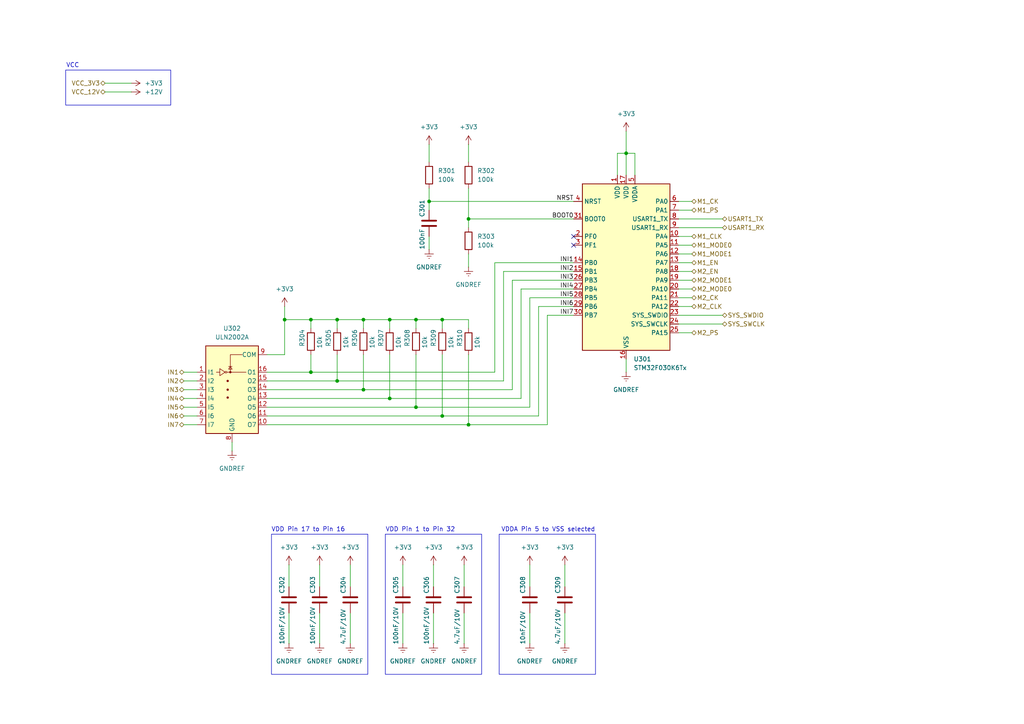
<source format=kicad_sch>
(kicad_sch
	(version 20250114)
	(generator "eeschema")
	(generator_version "9.0")
	(uuid "a1b0e158-317b-4b20-834d-5d4e94c85bab")
	(paper "A4")
	(lib_symbols
		(symbol "Device:C"
			(pin_numbers
				(hide yes)
			)
			(pin_names
				(offset 0.254)
			)
			(exclude_from_sim no)
			(in_bom yes)
			(on_board yes)
			(property "Reference" "C"
				(at 0.635 2.54 0)
				(effects
					(font
						(size 1.27 1.27)
					)
					(justify left)
				)
			)
			(property "Value" "C"
				(at 0.635 -2.54 0)
				(effects
					(font
						(size 1.27 1.27)
					)
					(justify left)
				)
			)
			(property "Footprint" ""
				(at 0.9652 -3.81 0)
				(effects
					(font
						(size 1.27 1.27)
					)
					(hide yes)
				)
			)
			(property "Datasheet" "~"
				(at 0 0 0)
				(effects
					(font
						(size 1.27 1.27)
					)
					(hide yes)
				)
			)
			(property "Description" "Unpolarized capacitor"
				(at 0 0 0)
				(effects
					(font
						(size 1.27 1.27)
					)
					(hide yes)
				)
			)
			(property "ki_keywords" "cap capacitor"
				(at 0 0 0)
				(effects
					(font
						(size 1.27 1.27)
					)
					(hide yes)
				)
			)
			(property "ki_fp_filters" "C_*"
				(at 0 0 0)
				(effects
					(font
						(size 1.27 1.27)
					)
					(hide yes)
				)
			)
			(symbol "C_0_1"
				(polyline
					(pts
						(xy -2.032 0.762) (xy 2.032 0.762)
					)
					(stroke
						(width 0.508)
						(type default)
					)
					(fill
						(type none)
					)
				)
				(polyline
					(pts
						(xy -2.032 -0.762) (xy 2.032 -0.762)
					)
					(stroke
						(width 0.508)
						(type default)
					)
					(fill
						(type none)
					)
				)
			)
			(symbol "C_1_1"
				(pin passive line
					(at 0 3.81 270)
					(length 2.794)
					(name "~"
						(effects
							(font
								(size 1.27 1.27)
							)
						)
					)
					(number "1"
						(effects
							(font
								(size 1.27 1.27)
							)
						)
					)
				)
				(pin passive line
					(at 0 -3.81 90)
					(length 2.794)
					(name "~"
						(effects
							(font
								(size 1.27 1.27)
							)
						)
					)
					(number "2"
						(effects
							(font
								(size 1.27 1.27)
							)
						)
					)
				)
			)
			(embedded_fonts no)
		)
		(symbol "Device:R"
			(pin_numbers
				(hide yes)
			)
			(pin_names
				(offset 0)
			)
			(exclude_from_sim no)
			(in_bom yes)
			(on_board yes)
			(property "Reference" "R"
				(at 2.032 0 90)
				(effects
					(font
						(size 1.27 1.27)
					)
				)
			)
			(property "Value" "R"
				(at 0 0 90)
				(effects
					(font
						(size 1.27 1.27)
					)
				)
			)
			(property "Footprint" ""
				(at -1.778 0 90)
				(effects
					(font
						(size 1.27 1.27)
					)
					(hide yes)
				)
			)
			(property "Datasheet" "~"
				(at 0 0 0)
				(effects
					(font
						(size 1.27 1.27)
					)
					(hide yes)
				)
			)
			(property "Description" "Resistor"
				(at 0 0 0)
				(effects
					(font
						(size 1.27 1.27)
					)
					(hide yes)
				)
			)
			(property "ki_keywords" "R res resistor"
				(at 0 0 0)
				(effects
					(font
						(size 1.27 1.27)
					)
					(hide yes)
				)
			)
			(property "ki_fp_filters" "R_*"
				(at 0 0 0)
				(effects
					(font
						(size 1.27 1.27)
					)
					(hide yes)
				)
			)
			(symbol "R_0_1"
				(rectangle
					(start -1.016 -2.54)
					(end 1.016 2.54)
					(stroke
						(width 0.254)
						(type default)
					)
					(fill
						(type none)
					)
				)
			)
			(symbol "R_1_1"
				(pin passive line
					(at 0 3.81 270)
					(length 1.27)
					(name "~"
						(effects
							(font
								(size 1.27 1.27)
							)
						)
					)
					(number "1"
						(effects
							(font
								(size 1.27 1.27)
							)
						)
					)
				)
				(pin passive line
					(at 0 -3.81 90)
					(length 1.27)
					(name "~"
						(effects
							(font
								(size 1.27 1.27)
							)
						)
					)
					(number "2"
						(effects
							(font
								(size 1.27 1.27)
							)
						)
					)
				)
			)
			(embedded_fonts no)
		)
		(symbol "MCU_ST_STM32F0:STM32F030K6Tx"
			(exclude_from_sim no)
			(in_bom yes)
			(on_board yes)
			(property "Reference" "U"
				(at -12.7 26.67 0)
				(effects
					(font
						(size 1.27 1.27)
					)
					(justify left)
				)
			)
			(property "Value" "STM32F030K6Tx"
				(at 5.08 26.67 0)
				(effects
					(font
						(size 1.27 1.27)
					)
					(justify left)
				)
			)
			(property "Footprint" "Package_QFP:LQFP-32_7x7mm_P0.8mm"
				(at -12.7 -22.86 0)
				(effects
					(font
						(size 1.27 1.27)
					)
					(justify right)
					(hide yes)
				)
			)
			(property "Datasheet" "https://www.st.com/resource/en/datasheet/stm32f030k6.pdf"
				(at 0 0 0)
				(effects
					(font
						(size 1.27 1.27)
					)
					(hide yes)
				)
			)
			(property "Description" "STMicroelectronics Arm Cortex-M0 MCU, 32KB flash, 4KB RAM, 48 MHz, 2.4-3.6V, 25 GPIO, LQFP32"
				(at 0 0 0)
				(effects
					(font
						(size 1.27 1.27)
					)
					(hide yes)
				)
			)
			(property "ki_keywords" "Arm Cortex-M0 STM32F0 STM32F0x0 Value Line"
				(at 0 0 0)
				(effects
					(font
						(size 1.27 1.27)
					)
					(hide yes)
				)
			)
			(property "ki_fp_filters" "LQFP*7x7mm*P0.8mm*"
				(at 0 0 0)
				(effects
					(font
						(size 1.27 1.27)
					)
					(hide yes)
				)
			)
			(symbol "STM32F030K6Tx_0_1"
				(rectangle
					(start -12.7 -22.86)
					(end 12.7 25.4)
					(stroke
						(width 0.254)
						(type default)
					)
					(fill
						(type background)
					)
				)
			)
			(symbol "STM32F030K6Tx_1_1"
				(pin input line
					(at -15.24 20.32 0)
					(length 2.54)
					(name "NRST"
						(effects
							(font
								(size 1.27 1.27)
							)
						)
					)
					(number "4"
						(effects
							(font
								(size 1.27 1.27)
							)
						)
					)
				)
				(pin input line
					(at -15.24 15.24 0)
					(length 2.54)
					(name "BOOT0"
						(effects
							(font
								(size 1.27 1.27)
							)
						)
					)
					(number "31"
						(effects
							(font
								(size 1.27 1.27)
							)
						)
					)
				)
				(pin bidirectional line
					(at -15.24 10.16 0)
					(length 2.54)
					(name "PF0"
						(effects
							(font
								(size 1.27 1.27)
							)
						)
					)
					(number "2"
						(effects
							(font
								(size 1.27 1.27)
							)
						)
					)
					(alternate "RCC_OSC_IN" bidirectional line)
				)
				(pin bidirectional line
					(at -15.24 7.62 0)
					(length 2.54)
					(name "PF1"
						(effects
							(font
								(size 1.27 1.27)
							)
						)
					)
					(number "3"
						(effects
							(font
								(size 1.27 1.27)
							)
						)
					)
					(alternate "RCC_OSC_OUT" bidirectional line)
				)
				(pin bidirectional line
					(at -15.24 2.54 0)
					(length 2.54)
					(name "PB0"
						(effects
							(font
								(size 1.27 1.27)
							)
						)
					)
					(number "14"
						(effects
							(font
								(size 1.27 1.27)
							)
						)
					)
					(alternate "ADC_IN8" bidirectional line)
					(alternate "TIM1_CH2N" bidirectional line)
					(alternate "TIM3_CH3" bidirectional line)
				)
				(pin bidirectional line
					(at -15.24 0 0)
					(length 2.54)
					(name "PB1"
						(effects
							(font
								(size 1.27 1.27)
							)
						)
					)
					(number "15"
						(effects
							(font
								(size 1.27 1.27)
							)
						)
					)
					(alternate "ADC_IN9" bidirectional line)
					(alternate "TIM14_CH1" bidirectional line)
					(alternate "TIM1_CH3N" bidirectional line)
					(alternate "TIM3_CH4" bidirectional line)
				)
				(pin bidirectional line
					(at -15.24 -2.54 0)
					(length 2.54)
					(name "PB3"
						(effects
							(font
								(size 1.27 1.27)
							)
						)
					)
					(number "26"
						(effects
							(font
								(size 1.27 1.27)
							)
						)
					)
					(alternate "SPI1_SCK" bidirectional line)
				)
				(pin bidirectional line
					(at -15.24 -5.08 0)
					(length 2.54)
					(name "PB4"
						(effects
							(font
								(size 1.27 1.27)
							)
						)
					)
					(number "27"
						(effects
							(font
								(size 1.27 1.27)
							)
						)
					)
					(alternate "SPI1_MISO" bidirectional line)
					(alternate "TIM3_CH1" bidirectional line)
				)
				(pin bidirectional line
					(at -15.24 -7.62 0)
					(length 2.54)
					(name "PB5"
						(effects
							(font
								(size 1.27 1.27)
							)
						)
					)
					(number "28"
						(effects
							(font
								(size 1.27 1.27)
							)
						)
					)
					(alternate "I2C1_SMBA" bidirectional line)
					(alternate "SPI1_MOSI" bidirectional line)
					(alternate "TIM16_BKIN" bidirectional line)
					(alternate "TIM3_CH2" bidirectional line)
				)
				(pin bidirectional line
					(at -15.24 -10.16 0)
					(length 2.54)
					(name "PB6"
						(effects
							(font
								(size 1.27 1.27)
							)
						)
					)
					(number "29"
						(effects
							(font
								(size 1.27 1.27)
							)
						)
					)
					(alternate "I2C1_SCL" bidirectional line)
					(alternate "TIM16_CH1N" bidirectional line)
					(alternate "USART1_TX" bidirectional line)
				)
				(pin bidirectional line
					(at -15.24 -12.7 0)
					(length 2.54)
					(name "PB7"
						(effects
							(font
								(size 1.27 1.27)
							)
						)
					)
					(number "30"
						(effects
							(font
								(size 1.27 1.27)
							)
						)
					)
					(alternate "I2C1_SDA" bidirectional line)
					(alternate "TIM17_CH1N" bidirectional line)
					(alternate "USART1_RX" bidirectional line)
				)
				(pin power_in line
					(at -2.54 27.94 270)
					(length 2.54)
					(name "VDD"
						(effects
							(font
								(size 1.27 1.27)
							)
						)
					)
					(number "1"
						(effects
							(font
								(size 1.27 1.27)
							)
						)
					)
				)
				(pin power_in line
					(at 0 27.94 270)
					(length 2.54)
					(name "VDD"
						(effects
							(font
								(size 1.27 1.27)
							)
						)
					)
					(number "17"
						(effects
							(font
								(size 1.27 1.27)
							)
						)
					)
				)
				(pin power_in line
					(at 0 -25.4 90)
					(length 2.54)
					(name "VSS"
						(effects
							(font
								(size 1.27 1.27)
							)
						)
					)
					(number "16"
						(effects
							(font
								(size 1.27 1.27)
							)
						)
					)
				)
				(pin passive line
					(at 0 -25.4 90)
					(length 2.54)
					(hide yes)
					(name "VSS"
						(effects
							(font
								(size 1.27 1.27)
							)
						)
					)
					(number "32"
						(effects
							(font
								(size 1.27 1.27)
							)
						)
					)
				)
				(pin power_in line
					(at 2.54 27.94 270)
					(length 2.54)
					(name "VDDA"
						(effects
							(font
								(size 1.27 1.27)
							)
						)
					)
					(number "5"
						(effects
							(font
								(size 1.27 1.27)
							)
						)
					)
				)
				(pin bidirectional line
					(at 15.24 20.32 180)
					(length 2.54)
					(name "PA0"
						(effects
							(font
								(size 1.27 1.27)
							)
						)
					)
					(number "6"
						(effects
							(font
								(size 1.27 1.27)
							)
						)
					)
					(alternate "ADC_IN0" bidirectional line)
					(alternate "RTC_TAMP2" bidirectional line)
					(alternate "SYS_WKUP1" bidirectional line)
					(alternate "USART1_CTS" bidirectional line)
				)
				(pin bidirectional line
					(at 15.24 17.78 180)
					(length 2.54)
					(name "PA1"
						(effects
							(font
								(size 1.27 1.27)
							)
						)
					)
					(number "7"
						(effects
							(font
								(size 1.27 1.27)
							)
						)
					)
					(alternate "ADC_IN1" bidirectional line)
					(alternate "USART1_DE" bidirectional line)
					(alternate "USART1_RTS" bidirectional line)
				)
				(pin bidirectional line
					(at 15.24 15.24 180)
					(length 2.54)
					(name "PA2"
						(effects
							(font
								(size 1.27 1.27)
							)
						)
					)
					(number "8"
						(effects
							(font
								(size 1.27 1.27)
							)
						)
					)
					(alternate "ADC_IN2" bidirectional line)
					(alternate "USART1_TX" bidirectional line)
				)
				(pin bidirectional line
					(at 15.24 12.7 180)
					(length 2.54)
					(name "PA3"
						(effects
							(font
								(size 1.27 1.27)
							)
						)
					)
					(number "9"
						(effects
							(font
								(size 1.27 1.27)
							)
						)
					)
					(alternate "ADC_IN3" bidirectional line)
					(alternate "USART1_RX" bidirectional line)
				)
				(pin bidirectional line
					(at 15.24 10.16 180)
					(length 2.54)
					(name "PA4"
						(effects
							(font
								(size 1.27 1.27)
							)
						)
					)
					(number "10"
						(effects
							(font
								(size 1.27 1.27)
							)
						)
					)
					(alternate "ADC_IN4" bidirectional line)
					(alternate "SPI1_NSS" bidirectional line)
					(alternate "TIM14_CH1" bidirectional line)
					(alternate "USART1_CK" bidirectional line)
				)
				(pin bidirectional line
					(at 15.24 7.62 180)
					(length 2.54)
					(name "PA5"
						(effects
							(font
								(size 1.27 1.27)
							)
						)
					)
					(number "11"
						(effects
							(font
								(size 1.27 1.27)
							)
						)
					)
					(alternate "ADC_IN5" bidirectional line)
					(alternate "SPI1_SCK" bidirectional line)
				)
				(pin bidirectional line
					(at 15.24 5.08 180)
					(length 2.54)
					(name "PA6"
						(effects
							(font
								(size 1.27 1.27)
							)
						)
					)
					(number "12"
						(effects
							(font
								(size 1.27 1.27)
							)
						)
					)
					(alternate "ADC_IN6" bidirectional line)
					(alternate "SPI1_MISO" bidirectional line)
					(alternate "TIM16_CH1" bidirectional line)
					(alternate "TIM1_BKIN" bidirectional line)
					(alternate "TIM3_CH1" bidirectional line)
				)
				(pin bidirectional line
					(at 15.24 2.54 180)
					(length 2.54)
					(name "PA7"
						(effects
							(font
								(size 1.27 1.27)
							)
						)
					)
					(number "13"
						(effects
							(font
								(size 1.27 1.27)
							)
						)
					)
					(alternate "ADC_IN7" bidirectional line)
					(alternate "SPI1_MOSI" bidirectional line)
					(alternate "TIM14_CH1" bidirectional line)
					(alternate "TIM17_CH1" bidirectional line)
					(alternate "TIM1_CH1N" bidirectional line)
					(alternate "TIM3_CH2" bidirectional line)
				)
				(pin bidirectional line
					(at 15.24 0 180)
					(length 2.54)
					(name "PA8"
						(effects
							(font
								(size 1.27 1.27)
							)
						)
					)
					(number "18"
						(effects
							(font
								(size 1.27 1.27)
							)
						)
					)
					(alternate "RCC_MCO" bidirectional line)
					(alternate "TIM1_CH1" bidirectional line)
					(alternate "USART1_CK" bidirectional line)
				)
				(pin bidirectional line
					(at 15.24 -2.54 180)
					(length 2.54)
					(name "PA9"
						(effects
							(font
								(size 1.27 1.27)
							)
						)
					)
					(number "19"
						(effects
							(font
								(size 1.27 1.27)
							)
						)
					)
					(alternate "I2C1_SCL" bidirectional line)
					(alternate "TIM1_CH2" bidirectional line)
					(alternate "USART1_TX" bidirectional line)
				)
				(pin bidirectional line
					(at 15.24 -5.08 180)
					(length 2.54)
					(name "PA10"
						(effects
							(font
								(size 1.27 1.27)
							)
						)
					)
					(number "20"
						(effects
							(font
								(size 1.27 1.27)
							)
						)
					)
					(alternate "I2C1_SDA" bidirectional line)
					(alternate "TIM17_BKIN" bidirectional line)
					(alternate "TIM1_CH3" bidirectional line)
					(alternate "USART1_RX" bidirectional line)
				)
				(pin bidirectional line
					(at 15.24 -7.62 180)
					(length 2.54)
					(name "PA11"
						(effects
							(font
								(size 1.27 1.27)
							)
						)
					)
					(number "21"
						(effects
							(font
								(size 1.27 1.27)
							)
						)
					)
					(alternate "TIM1_CH4" bidirectional line)
					(alternate "USART1_CTS" bidirectional line)
				)
				(pin bidirectional line
					(at 15.24 -10.16 180)
					(length 2.54)
					(name "PA12"
						(effects
							(font
								(size 1.27 1.27)
							)
						)
					)
					(number "22"
						(effects
							(font
								(size 1.27 1.27)
							)
						)
					)
					(alternate "TIM1_ETR" bidirectional line)
					(alternate "USART1_DE" bidirectional line)
					(alternate "USART1_RTS" bidirectional line)
				)
				(pin bidirectional line
					(at 15.24 -12.7 180)
					(length 2.54)
					(name "PA13"
						(effects
							(font
								(size 1.27 1.27)
							)
						)
					)
					(number "23"
						(effects
							(font
								(size 1.27 1.27)
							)
						)
					)
					(alternate "IR_OUT" bidirectional line)
					(alternate "SYS_SWDIO" bidirectional line)
				)
				(pin bidirectional line
					(at 15.24 -15.24 180)
					(length 2.54)
					(name "PA14"
						(effects
							(font
								(size 1.27 1.27)
							)
						)
					)
					(number "24"
						(effects
							(font
								(size 1.27 1.27)
							)
						)
					)
					(alternate "SYS_SWCLK" bidirectional line)
					(alternate "USART1_TX" bidirectional line)
				)
				(pin bidirectional line
					(at 15.24 -17.78 180)
					(length 2.54)
					(name "PA15"
						(effects
							(font
								(size 1.27 1.27)
							)
						)
					)
					(number "25"
						(effects
							(font
								(size 1.27 1.27)
							)
						)
					)
					(alternate "SPI1_NSS" bidirectional line)
					(alternate "USART1_RX" bidirectional line)
				)
			)
			(embedded_fonts no)
		)
		(symbol "Transistor_Array:ULN2002A"
			(exclude_from_sim no)
			(in_bom yes)
			(on_board yes)
			(property "Reference" "U"
				(at 0 15.875 0)
				(effects
					(font
						(size 1.27 1.27)
					)
				)
			)
			(property "Value" "ULN2002A"
				(at 0 13.97 0)
				(effects
					(font
						(size 1.27 1.27)
					)
				)
			)
			(property "Footprint" ""
				(at 1.27 -13.97 0)
				(effects
					(font
						(size 1.27 1.27)
					)
					(justify left)
					(hide yes)
				)
			)
			(property "Datasheet" "http://www.ti.com/lit/ds/symlink/uln2003a.pdf"
				(at 2.54 -5.08 0)
				(effects
					(font
						(size 1.27 1.27)
					)
					(hide yes)
				)
			)
			(property "Description" "High Voltage, High Current Darlington Transistor Arrays, SOIC16/SOIC16W/DIP16/TSSOP16"
				(at 0 0 0)
				(effects
					(font
						(size 1.27 1.27)
					)
					(hide yes)
				)
			)
			(property "ki_keywords" "darlington transistor array"
				(at 0 0 0)
				(effects
					(font
						(size 1.27 1.27)
					)
					(hide yes)
				)
			)
			(property "ki_fp_filters" "DIP*W7.62mm* SOIC*3.9x9.9mm*P1.27mm* SSOP*4.4x5.2mm*P0.65mm* TSSOP*4.4x5mm*P0.65mm* SOIC*W*5.3x10.2mm*P1.27mm*"
				(at 0 0 0)
				(effects
					(font
						(size 1.27 1.27)
					)
					(hide yes)
				)
			)
			(symbol "ULN2002A_0_1"
				(rectangle
					(start -7.62 -12.7)
					(end 7.62 12.7)
					(stroke
						(width 0.254)
						(type default)
					)
					(fill
						(type background)
					)
				)
				(polyline
					(pts
						(xy -4.572 5.08) (xy -3.556 5.08)
					)
					(stroke
						(width 0)
						(type default)
					)
					(fill
						(type none)
					)
				)
				(polyline
					(pts
						(xy -3.556 6.096) (xy -3.556 4.064) (xy -2.032 5.08) (xy -3.556 6.096)
					)
					(stroke
						(width 0)
						(type default)
					)
					(fill
						(type none)
					)
				)
				(circle
					(center -1.778 5.08)
					(radius 0.254)
					(stroke
						(width 0)
						(type default)
					)
					(fill
						(type none)
					)
				)
				(polyline
					(pts
						(xy -1.524 5.08) (xy 4.064 5.08)
					)
					(stroke
						(width 0)
						(type default)
					)
					(fill
						(type none)
					)
				)
				(circle
					(center -1.27 2.54)
					(radius 0.254)
					(stroke
						(width 0)
						(type default)
					)
					(fill
						(type outline)
					)
				)
				(circle
					(center -1.27 0)
					(radius 0.254)
					(stroke
						(width 0)
						(type default)
					)
					(fill
						(type outline)
					)
				)
				(circle
					(center -1.27 -2.286)
					(radius 0.254)
					(stroke
						(width 0)
						(type default)
					)
					(fill
						(type outline)
					)
				)
				(circle
					(center -0.508 5.08)
					(radius 0.254)
					(stroke
						(width 0)
						(type default)
					)
					(fill
						(type outline)
					)
				)
				(polyline
					(pts
						(xy -0.508 5.08) (xy -0.508 10.16) (xy 2.921 10.16)
					)
					(stroke
						(width 0)
						(type default)
					)
					(fill
						(type none)
					)
				)
				(polyline
					(pts
						(xy 0 6.731) (xy -1.016 6.731)
					)
					(stroke
						(width 0)
						(type default)
					)
					(fill
						(type none)
					)
				)
				(polyline
					(pts
						(xy 0 5.969) (xy -1.016 5.969) (xy -0.508 6.731) (xy 0 5.969)
					)
					(stroke
						(width 0)
						(type default)
					)
					(fill
						(type none)
					)
				)
			)
			(symbol "ULN2002A_1_1"
				(pin input line
					(at -10.16 5.08 0)
					(length 2.54)
					(name "I1"
						(effects
							(font
								(size 1.27 1.27)
							)
						)
					)
					(number "1"
						(effects
							(font
								(size 1.27 1.27)
							)
						)
					)
				)
				(pin input line
					(at -10.16 2.54 0)
					(length 2.54)
					(name "I2"
						(effects
							(font
								(size 1.27 1.27)
							)
						)
					)
					(number "2"
						(effects
							(font
								(size 1.27 1.27)
							)
						)
					)
				)
				(pin input line
					(at -10.16 0 0)
					(length 2.54)
					(name "I3"
						(effects
							(font
								(size 1.27 1.27)
							)
						)
					)
					(number "3"
						(effects
							(font
								(size 1.27 1.27)
							)
						)
					)
				)
				(pin input line
					(at -10.16 -2.54 0)
					(length 2.54)
					(name "I4"
						(effects
							(font
								(size 1.27 1.27)
							)
						)
					)
					(number "4"
						(effects
							(font
								(size 1.27 1.27)
							)
						)
					)
				)
				(pin input line
					(at -10.16 -5.08 0)
					(length 2.54)
					(name "I5"
						(effects
							(font
								(size 1.27 1.27)
							)
						)
					)
					(number "5"
						(effects
							(font
								(size 1.27 1.27)
							)
						)
					)
				)
				(pin input line
					(at -10.16 -7.62 0)
					(length 2.54)
					(name "I6"
						(effects
							(font
								(size 1.27 1.27)
							)
						)
					)
					(number "6"
						(effects
							(font
								(size 1.27 1.27)
							)
						)
					)
				)
				(pin input line
					(at -10.16 -10.16 0)
					(length 2.54)
					(name "I7"
						(effects
							(font
								(size 1.27 1.27)
							)
						)
					)
					(number "7"
						(effects
							(font
								(size 1.27 1.27)
							)
						)
					)
				)
				(pin power_in line
					(at 0 -15.24 90)
					(length 2.54)
					(name "GND"
						(effects
							(font
								(size 1.27 1.27)
							)
						)
					)
					(number "8"
						(effects
							(font
								(size 1.27 1.27)
							)
						)
					)
				)
				(pin passive line
					(at 10.16 10.16 180)
					(length 2.54)
					(name "COM"
						(effects
							(font
								(size 1.27 1.27)
							)
						)
					)
					(number "9"
						(effects
							(font
								(size 1.27 1.27)
							)
						)
					)
				)
				(pin open_collector line
					(at 10.16 5.08 180)
					(length 2.54)
					(name "O1"
						(effects
							(font
								(size 1.27 1.27)
							)
						)
					)
					(number "16"
						(effects
							(font
								(size 1.27 1.27)
							)
						)
					)
				)
				(pin open_collector line
					(at 10.16 2.54 180)
					(length 2.54)
					(name "O2"
						(effects
							(font
								(size 1.27 1.27)
							)
						)
					)
					(number "15"
						(effects
							(font
								(size 1.27 1.27)
							)
						)
					)
				)
				(pin open_collector line
					(at 10.16 0 180)
					(length 2.54)
					(name "O3"
						(effects
							(font
								(size 1.27 1.27)
							)
						)
					)
					(number "14"
						(effects
							(font
								(size 1.27 1.27)
							)
						)
					)
				)
				(pin open_collector line
					(at 10.16 -2.54 180)
					(length 2.54)
					(name "O4"
						(effects
							(font
								(size 1.27 1.27)
							)
						)
					)
					(number "13"
						(effects
							(font
								(size 1.27 1.27)
							)
						)
					)
				)
				(pin open_collector line
					(at 10.16 -5.08 180)
					(length 2.54)
					(name "O5"
						(effects
							(font
								(size 1.27 1.27)
							)
						)
					)
					(number "12"
						(effects
							(font
								(size 1.27 1.27)
							)
						)
					)
				)
				(pin open_collector line
					(at 10.16 -7.62 180)
					(length 2.54)
					(name "O6"
						(effects
							(font
								(size 1.27 1.27)
							)
						)
					)
					(number "11"
						(effects
							(font
								(size 1.27 1.27)
							)
						)
					)
				)
				(pin open_collector line
					(at 10.16 -10.16 180)
					(length 2.54)
					(name "O7"
						(effects
							(font
								(size 1.27 1.27)
							)
						)
					)
					(number "10"
						(effects
							(font
								(size 1.27 1.27)
							)
						)
					)
				)
			)
			(embedded_fonts no)
		)
		(symbol "power:+24V"
			(power)
			(pin_numbers
				(hide yes)
			)
			(pin_names
				(offset 0)
				(hide yes)
			)
			(exclude_from_sim no)
			(in_bom yes)
			(on_board yes)
			(property "Reference" "#PWR"
				(at 0 -3.81 0)
				(effects
					(font
						(size 1.27 1.27)
					)
					(hide yes)
				)
			)
			(property "Value" "+24V"
				(at 0 3.556 0)
				(effects
					(font
						(size 1.27 1.27)
					)
				)
			)
			(property "Footprint" ""
				(at 0 0 0)
				(effects
					(font
						(size 1.27 1.27)
					)
					(hide yes)
				)
			)
			(property "Datasheet" ""
				(at 0 0 0)
				(effects
					(font
						(size 1.27 1.27)
					)
					(hide yes)
				)
			)
			(property "Description" "Power symbol creates a global label with name \"+24V\""
				(at 0 0 0)
				(effects
					(font
						(size 1.27 1.27)
					)
					(hide yes)
				)
			)
			(property "ki_keywords" "global power"
				(at 0 0 0)
				(effects
					(font
						(size 1.27 1.27)
					)
					(hide yes)
				)
			)
			(symbol "+24V_0_1"
				(polyline
					(pts
						(xy -0.762 1.27) (xy 0 2.54)
					)
					(stroke
						(width 0)
						(type default)
					)
					(fill
						(type none)
					)
				)
				(polyline
					(pts
						(xy 0 2.54) (xy 0.762 1.27)
					)
					(stroke
						(width 0)
						(type default)
					)
					(fill
						(type none)
					)
				)
				(polyline
					(pts
						(xy 0 0) (xy 0 2.54)
					)
					(stroke
						(width 0)
						(type default)
					)
					(fill
						(type none)
					)
				)
			)
			(symbol "+24V_1_1"
				(pin power_in line
					(at 0 0 90)
					(length 0)
					(name "~"
						(effects
							(font
								(size 1.27 1.27)
							)
						)
					)
					(number "1"
						(effects
							(font
								(size 1.27 1.27)
							)
						)
					)
				)
			)
			(embedded_fonts no)
		)
		(symbol "power:+3V3"
			(power)
			(pin_numbers
				(hide yes)
			)
			(pin_names
				(offset 0)
				(hide yes)
			)
			(exclude_from_sim no)
			(in_bom yes)
			(on_board yes)
			(property "Reference" "#PWR"
				(at 0 -3.81 0)
				(effects
					(font
						(size 1.27 1.27)
					)
					(hide yes)
				)
			)
			(property "Value" "+3V3"
				(at 0 3.556 0)
				(effects
					(font
						(size 1.27 1.27)
					)
				)
			)
			(property "Footprint" ""
				(at 0 0 0)
				(effects
					(font
						(size 1.27 1.27)
					)
					(hide yes)
				)
			)
			(property "Datasheet" ""
				(at 0 0 0)
				(effects
					(font
						(size 1.27 1.27)
					)
					(hide yes)
				)
			)
			(property "Description" "Power symbol creates a global label with name \"+3V3\""
				(at 0 0 0)
				(effects
					(font
						(size 1.27 1.27)
					)
					(hide yes)
				)
			)
			(property "ki_keywords" "global power"
				(at 0 0 0)
				(effects
					(font
						(size 1.27 1.27)
					)
					(hide yes)
				)
			)
			(symbol "+3V3_0_1"
				(polyline
					(pts
						(xy -0.762 1.27) (xy 0 2.54)
					)
					(stroke
						(width 0)
						(type default)
					)
					(fill
						(type none)
					)
				)
				(polyline
					(pts
						(xy 0 2.54) (xy 0.762 1.27)
					)
					(stroke
						(width 0)
						(type default)
					)
					(fill
						(type none)
					)
				)
				(polyline
					(pts
						(xy 0 0) (xy 0 2.54)
					)
					(stroke
						(width 0)
						(type default)
					)
					(fill
						(type none)
					)
				)
			)
			(symbol "+3V3_1_1"
				(pin power_in line
					(at 0 0 90)
					(length 0)
					(name "~"
						(effects
							(font
								(size 1.27 1.27)
							)
						)
					)
					(number "1"
						(effects
							(font
								(size 1.27 1.27)
							)
						)
					)
				)
			)
			(embedded_fonts no)
		)
		(symbol "power:GNDREF"
			(power)
			(pin_numbers
				(hide yes)
			)
			(pin_names
				(offset 0)
				(hide yes)
			)
			(exclude_from_sim no)
			(in_bom yes)
			(on_board yes)
			(property "Reference" "#PWR"
				(at 0 -6.35 0)
				(effects
					(font
						(size 1.27 1.27)
					)
					(hide yes)
				)
			)
			(property "Value" "GNDREF"
				(at 0 -3.81 0)
				(effects
					(font
						(size 1.27 1.27)
					)
				)
			)
			(property "Footprint" ""
				(at 0 0 0)
				(effects
					(font
						(size 1.27 1.27)
					)
					(hide yes)
				)
			)
			(property "Datasheet" ""
				(at 0 0 0)
				(effects
					(font
						(size 1.27 1.27)
					)
					(hide yes)
				)
			)
			(property "Description" "Power symbol creates a global label with name \"GNDREF\" , reference supply ground"
				(at 0 0 0)
				(effects
					(font
						(size 1.27 1.27)
					)
					(hide yes)
				)
			)
			(property "ki_keywords" "global power"
				(at 0 0 0)
				(effects
					(font
						(size 1.27 1.27)
					)
					(hide yes)
				)
			)
			(symbol "GNDREF_0_1"
				(polyline
					(pts
						(xy -0.635 -1.905) (xy 0.635 -1.905)
					)
					(stroke
						(width 0)
						(type default)
					)
					(fill
						(type none)
					)
				)
				(polyline
					(pts
						(xy -0.127 -2.54) (xy 0.127 -2.54)
					)
					(stroke
						(width 0)
						(type default)
					)
					(fill
						(type none)
					)
				)
				(polyline
					(pts
						(xy 0 -1.27) (xy 0 0)
					)
					(stroke
						(width 0)
						(type default)
					)
					(fill
						(type none)
					)
				)
				(polyline
					(pts
						(xy 1.27 -1.27) (xy -1.27 -1.27)
					)
					(stroke
						(width 0)
						(type default)
					)
					(fill
						(type none)
					)
				)
			)
			(symbol "GNDREF_1_1"
				(pin power_in line
					(at 0 0 270)
					(length 0)
					(name "~"
						(effects
							(font
								(size 1.27 1.27)
							)
						)
					)
					(number "1"
						(effects
							(font
								(size 1.27 1.27)
							)
						)
					)
				)
			)
			(embedded_fonts no)
		)
	)
	(rectangle
		(start 111.76 154.94)
		(end 139.7 195.58)
		(stroke
			(width 0)
			(type default)
		)
		(fill
			(type none)
		)
		(uuid 17802c3d-318a-4b9a-9a4e-49e588d0adf1)
	)
	(rectangle
		(start 19.05 20.32)
		(end 49.53 30.48)
		(stroke
			(width 0)
			(type default)
		)
		(fill
			(type none)
		)
		(uuid 9d737459-8120-4eab-a5d3-3b59990e6a4c)
	)
	(rectangle
		(start 78.74 154.94)
		(end 106.68 195.58)
		(stroke
			(width 0)
			(type default)
		)
		(fill
			(type none)
		)
		(uuid d0e60570-015d-4951-ae0e-b782cd56e276)
	)
	(rectangle
		(start 144.78 154.94)
		(end 172.72 195.58)
		(stroke
			(width 0)
			(type default)
		)
		(fill
			(type none)
		)
		(uuid ed9bcd36-2fd0-4192-8e81-dac89cb70cff)
	)
	(text "VDDA Pin 5 to VSS selected"
		(exclude_from_sim no)
		(at 159.004 153.67 0)
		(effects
			(font
				(size 1.27 1.27)
			)
		)
		(uuid "4e514e16-2c28-4e91-837f-de6f4a55eefb")
	)
	(text "VDD Pin 1 to Pin 32"
		(exclude_from_sim no)
		(at 121.92 153.67 0)
		(effects
			(font
				(size 1.27 1.27)
			)
		)
		(uuid "cbb24257-10f6-482e-80dc-489f58b825b3")
	)
	(text "VDD Pin 17 to Pin 16"
		(exclude_from_sim no)
		(at 89.408 153.67 0)
		(effects
			(font
				(size 1.27 1.27)
			)
		)
		(uuid "d6f6ede3-47e9-439f-9156-2765c1b25df8")
	)
	(text "VCC"
		(exclude_from_sim no)
		(at 21.082 19.05 0)
		(effects
			(font
				(size 1.27 1.27)
			)
		)
		(uuid "d8594d93-37a6-442b-bd08-de171e9a6027")
	)
	(junction
		(at 97.79 110.49)
		(diameter 0)
		(color 0 0 0 0)
		(uuid "0308bfe8-b1a3-45d1-9ca7-8bf07f6b15da")
	)
	(junction
		(at 90.17 107.95)
		(diameter 0)
		(color 0 0 0 0)
		(uuid "08cee31f-eec5-401a-8729-a8ca2fc963ad")
	)
	(junction
		(at 97.79 92.71)
		(diameter 0)
		(color 0 0 0 0)
		(uuid "16f2b3a3-3887-4254-854a-672623b569cc")
	)
	(junction
		(at 105.41 92.71)
		(diameter 0)
		(color 0 0 0 0)
		(uuid "20351f69-e904-4780-896a-d2f9ca00cc0f")
	)
	(junction
		(at 113.03 92.71)
		(diameter 0)
		(color 0 0 0 0)
		(uuid "435f8d0a-6dd7-48e8-a128-ecb1de26e974")
	)
	(junction
		(at 128.27 120.65)
		(diameter 0)
		(color 0 0 0 0)
		(uuid "4426a795-6903-430c-b9a0-9ef13a38de92")
	)
	(junction
		(at 120.65 92.71)
		(diameter 0)
		(color 0 0 0 0)
		(uuid "4ef3eefb-bc93-4a9f-984a-e63314f25b27")
	)
	(junction
		(at 181.61 44.45)
		(diameter 0)
		(color 0 0 0 0)
		(uuid "5a3bdb01-58d1-4e51-b9a0-4aa6dc540409")
	)
	(junction
		(at 120.65 118.11)
		(diameter 0)
		(color 0 0 0 0)
		(uuid "730523e8-60e0-4373-ab4d-ce452e6d25ba")
	)
	(junction
		(at 105.41 113.03)
		(diameter 0)
		(color 0 0 0 0)
		(uuid "789c23cc-a8ba-4aa5-9c80-205e240021a5")
	)
	(junction
		(at 128.27 92.71)
		(diameter 0)
		(color 0 0 0 0)
		(uuid "7ae6d475-b7a5-4617-b8a4-da5241f29dc6")
	)
	(junction
		(at 124.46 58.42)
		(diameter 0)
		(color 0 0 0 0)
		(uuid "8e1cf59a-e7c7-4d2c-948f-8750f83a7aaf")
	)
	(junction
		(at 135.89 63.5)
		(diameter 0)
		(color 0 0 0 0)
		(uuid "90b37c13-349f-4053-8fbe-4726c195ba09")
	)
	(junction
		(at 135.89 123.19)
		(diameter 0)
		(color 0 0 0 0)
		(uuid "bb14072a-e609-4e71-b3cc-0497ebe6c220")
	)
	(junction
		(at 90.17 92.71)
		(diameter 0)
		(color 0 0 0 0)
		(uuid "bef2ec9a-45a0-4800-93e3-fc2fca5673cf")
	)
	(junction
		(at 113.03 115.57)
		(diameter 0)
		(color 0 0 0 0)
		(uuid "dba77102-cea9-4e82-b7a7-03383446c4f5")
	)
	(junction
		(at 82.55 92.71)
		(diameter 0)
		(color 0 0 0 0)
		(uuid "f3264f22-dfde-4abd-9501-4857b53b94ee")
	)
	(no_connect
		(at 166.37 68.58)
		(uuid "8e2d79b3-58ff-4997-8541-8650c2642efd")
	)
	(no_connect
		(at 166.37 71.12)
		(uuid "c8104982-3aba-4d11-8a8d-13de8a1bcc01")
	)
	(wire
		(pts
			(xy 83.82 163.83) (xy 83.82 170.18)
		)
		(stroke
			(width 0)
			(type default)
		)
		(uuid "01838f3a-333a-41e2-9da3-5c2ffe91b944")
	)
	(wire
		(pts
			(xy 134.62 177.8) (xy 134.62 186.69)
		)
		(stroke
			(width 0)
			(type default)
		)
		(uuid "021b3661-e0ca-4ce8-b557-a6f5a5ee88c1")
	)
	(wire
		(pts
			(xy 135.89 41.91) (xy 135.89 46.99)
		)
		(stroke
			(width 0)
			(type default)
		)
		(uuid "0272784e-3557-4b70-9326-54d511719ce5")
	)
	(wire
		(pts
			(xy 53.34 115.57) (xy 57.15 115.57)
		)
		(stroke
			(width 0)
			(type default)
		)
		(uuid "02e8cd86-44ec-443a-bb78-352198229003")
	)
	(wire
		(pts
			(xy 184.15 44.45) (xy 181.61 44.45)
		)
		(stroke
			(width 0)
			(type default)
		)
		(uuid "08c5a4c4-45ec-4040-b240-28e43de5e69e")
	)
	(wire
		(pts
			(xy 196.85 58.42) (xy 200.66 58.42)
		)
		(stroke
			(width 0)
			(type default)
		)
		(uuid "0bee5c0e-b5f3-4c82-8a25-2aacc75da102")
	)
	(wire
		(pts
			(xy 166.37 78.74) (xy 146.05 78.74)
		)
		(stroke
			(width 0)
			(type default)
		)
		(uuid "0ea9d0a2-a121-498e-bba4-a757a395a883")
	)
	(wire
		(pts
			(xy 125.73 177.8) (xy 125.73 186.69)
		)
		(stroke
			(width 0)
			(type default)
		)
		(uuid "13ee5d39-ffc6-4596-9170-e09fdbf96a3e")
	)
	(wire
		(pts
			(xy 196.85 81.28) (xy 200.66 81.28)
		)
		(stroke
			(width 0)
			(type default)
		)
		(uuid "13f2e3f4-895c-48fb-8808-8724da85277d")
	)
	(wire
		(pts
			(xy 196.85 76.2) (xy 200.66 76.2)
		)
		(stroke
			(width 0)
			(type default)
		)
		(uuid "178a72ed-a27d-41f9-b471-66db5ea5a4e4")
	)
	(wire
		(pts
			(xy 128.27 102.87) (xy 128.27 120.65)
		)
		(stroke
			(width 0)
			(type default)
		)
		(uuid "178ff589-e9c5-45e4-a0b6-fdbe5e98db92")
	)
	(wire
		(pts
			(xy 143.51 76.2) (xy 143.51 107.95)
		)
		(stroke
			(width 0)
			(type default)
		)
		(uuid "18c30f7a-4d17-4936-b429-d67481bcd628")
	)
	(wire
		(pts
			(xy 179.07 50.8) (xy 179.07 44.45)
		)
		(stroke
			(width 0)
			(type default)
		)
		(uuid "192285ef-7148-4655-af97-79dfec1cb7fe")
	)
	(wire
		(pts
			(xy 53.34 118.11) (xy 57.15 118.11)
		)
		(stroke
			(width 0)
			(type default)
		)
		(uuid "1950eaed-4cbc-4445-a502-1c0e5afbcd56")
	)
	(wire
		(pts
			(xy 151.13 115.57) (xy 113.03 115.57)
		)
		(stroke
			(width 0)
			(type default)
		)
		(uuid "1a778443-af0b-4608-a2f2-67435c8c6a57")
	)
	(wire
		(pts
			(xy 105.41 102.87) (xy 105.41 113.03)
		)
		(stroke
			(width 0)
			(type default)
		)
		(uuid "1b87a65c-6b0a-4ca8-b4d7-3b5738a68b27")
	)
	(wire
		(pts
			(xy 134.62 163.83) (xy 134.62 170.18)
		)
		(stroke
			(width 0)
			(type default)
		)
		(uuid "1cadccd3-fb5b-4922-bfd6-5e3291af52e1")
	)
	(wire
		(pts
			(xy 135.89 92.71) (xy 128.27 92.71)
		)
		(stroke
			(width 0)
			(type default)
		)
		(uuid "1d8d5df9-b771-474e-a35b-a89925cb3603")
	)
	(wire
		(pts
			(xy 82.55 92.71) (xy 82.55 88.9)
		)
		(stroke
			(width 0)
			(type default)
		)
		(uuid "26ef2ac5-b96a-4d3b-b0a9-ee6a05072954")
	)
	(wire
		(pts
			(xy 166.37 83.82) (xy 151.13 83.82)
		)
		(stroke
			(width 0)
			(type default)
		)
		(uuid "2cb38c70-01ff-415b-b778-29967b02e04a")
	)
	(wire
		(pts
			(xy 135.89 73.66) (xy 135.89 77.47)
		)
		(stroke
			(width 0)
			(type default)
		)
		(uuid "2cd929d0-1eb2-4f84-aeff-6afb4736f6e4")
	)
	(wire
		(pts
			(xy 30.48 26.67) (xy 38.1 26.67)
		)
		(stroke
			(width 0)
			(type default)
		)
		(uuid "2d195fd2-b119-4389-8499-84577a2bc006")
	)
	(wire
		(pts
			(xy 196.85 68.58) (xy 200.66 68.58)
		)
		(stroke
			(width 0)
			(type default)
		)
		(uuid "2d50a87e-32b9-44a3-9ef8-1996300f3115")
	)
	(wire
		(pts
			(xy 135.89 95.25) (xy 135.89 92.71)
		)
		(stroke
			(width 0)
			(type default)
		)
		(uuid "2f0ddcee-692f-4032-8815-f1ac3a51d8fc")
	)
	(wire
		(pts
			(xy 181.61 104.14) (xy 181.61 107.95)
		)
		(stroke
			(width 0)
			(type default)
		)
		(uuid "2f453551-7d6d-4d98-9b61-02c8fd005648")
	)
	(wire
		(pts
			(xy 196.85 86.36) (xy 200.66 86.36)
		)
		(stroke
			(width 0)
			(type default)
		)
		(uuid "31c660c3-e6e1-40ef-9505-e69d438abfec")
	)
	(wire
		(pts
			(xy 53.34 120.65) (xy 57.15 120.65)
		)
		(stroke
			(width 0)
			(type default)
		)
		(uuid "344638eb-3168-41ec-b24b-89dc0724c1bd")
	)
	(wire
		(pts
			(xy 166.37 88.9) (xy 156.21 88.9)
		)
		(stroke
			(width 0)
			(type default)
		)
		(uuid "36488dc8-f9f5-4793-b483-b2e7dfa78133")
	)
	(wire
		(pts
			(xy 196.85 88.9) (xy 200.66 88.9)
		)
		(stroke
			(width 0)
			(type default)
		)
		(uuid "43e803e5-39ea-438d-a210-f9479b527f3d")
	)
	(wire
		(pts
			(xy 148.59 113.03) (xy 105.41 113.03)
		)
		(stroke
			(width 0)
			(type default)
		)
		(uuid "44b711c7-da40-4acf-b269-f17217f7f487")
	)
	(wire
		(pts
			(xy 77.47 107.95) (xy 90.17 107.95)
		)
		(stroke
			(width 0)
			(type default)
		)
		(uuid "451b6881-973d-4268-9b22-41a6deb4ebff")
	)
	(wire
		(pts
			(xy 77.47 110.49) (xy 97.79 110.49)
		)
		(stroke
			(width 0)
			(type default)
		)
		(uuid "45311ddc-e424-452c-8b98-44ce7e9599e3")
	)
	(wire
		(pts
			(xy 179.07 44.45) (xy 181.61 44.45)
		)
		(stroke
			(width 0)
			(type default)
		)
		(uuid "46d39b56-e147-4c3f-b2e0-54927fe6296f")
	)
	(wire
		(pts
			(xy 67.31 128.27) (xy 67.31 130.81)
		)
		(stroke
			(width 0)
			(type default)
		)
		(uuid "4b3a5c27-ec09-4ad2-a6ce-018142a797e3")
	)
	(wire
		(pts
			(xy 82.55 102.87) (xy 82.55 92.71)
		)
		(stroke
			(width 0)
			(type default)
		)
		(uuid "4bff526c-5968-4238-b6e5-d969a91f9015")
	)
	(wire
		(pts
			(xy 151.13 83.82) (xy 151.13 115.57)
		)
		(stroke
			(width 0)
			(type default)
		)
		(uuid "4dc3e278-abdf-44e1-bbb0-0aa21c59c39e")
	)
	(wire
		(pts
			(xy 124.46 58.42) (xy 124.46 60.96)
		)
		(stroke
			(width 0)
			(type default)
		)
		(uuid "4ebf7b3b-4e8f-428a-ba77-85f355f5c461")
	)
	(wire
		(pts
			(xy 153.67 163.83) (xy 153.67 170.18)
		)
		(stroke
			(width 0)
			(type default)
		)
		(uuid "5334f6fc-916b-4533-a443-51559ab68810")
	)
	(wire
		(pts
			(xy 113.03 92.71) (xy 105.41 92.71)
		)
		(stroke
			(width 0)
			(type default)
		)
		(uuid "549da4a9-d377-4de7-a9b1-790172969a45")
	)
	(wire
		(pts
			(xy 156.21 88.9) (xy 156.21 120.65)
		)
		(stroke
			(width 0)
			(type default)
		)
		(uuid "555bca83-a5a3-4186-bfe5-5683b26bd46d")
	)
	(wire
		(pts
			(xy 158.75 91.44) (xy 158.75 123.19)
		)
		(stroke
			(width 0)
			(type default)
		)
		(uuid "5cd20f95-4302-4e21-b61c-f6c88bdce791")
	)
	(wire
		(pts
			(xy 30.48 24.13) (xy 38.1 24.13)
		)
		(stroke
			(width 0)
			(type default)
		)
		(uuid "60e1095d-c6a5-4b01-8215-8f36e1afdb33")
	)
	(wire
		(pts
			(xy 83.82 177.8) (xy 83.82 186.69)
		)
		(stroke
			(width 0)
			(type default)
		)
		(uuid "685b0c96-864c-470e-9780-f13b3b4a4047")
	)
	(wire
		(pts
			(xy 166.37 76.2) (xy 143.51 76.2)
		)
		(stroke
			(width 0)
			(type default)
		)
		(uuid "68a3a232-6e97-46cf-907e-807f701c6b54")
	)
	(wire
		(pts
			(xy 181.61 44.45) (xy 181.61 50.8)
		)
		(stroke
			(width 0)
			(type default)
		)
		(uuid "6abd4685-5d83-48ce-8816-b5b6f80e749e")
	)
	(wire
		(pts
			(xy 120.65 92.71) (xy 113.03 92.71)
		)
		(stroke
			(width 0)
			(type default)
		)
		(uuid "6b1b0284-72df-4c85-80c3-68c6dc0f9c28")
	)
	(wire
		(pts
			(xy 53.34 113.03) (xy 57.15 113.03)
		)
		(stroke
			(width 0)
			(type default)
		)
		(uuid "6b1fbf97-fc4c-442e-b48e-62a013c6420d")
	)
	(wire
		(pts
			(xy 128.27 120.65) (xy 77.47 120.65)
		)
		(stroke
			(width 0)
			(type default)
		)
		(uuid "6dee8c8d-b9fb-4939-bd8e-6f61c7eec9c0")
	)
	(wire
		(pts
			(xy 181.61 38.1) (xy 181.61 44.45)
		)
		(stroke
			(width 0)
			(type default)
		)
		(uuid "6ec4b155-caef-474d-9174-2e4f7f9a3b05")
	)
	(wire
		(pts
			(xy 143.51 107.95) (xy 90.17 107.95)
		)
		(stroke
			(width 0)
			(type default)
		)
		(uuid "6f99116d-4bda-42bb-bc7d-014acbfc7acd")
	)
	(wire
		(pts
			(xy 196.85 78.74) (xy 200.66 78.74)
		)
		(stroke
			(width 0)
			(type default)
		)
		(uuid "72cc4487-ee82-4b88-9bb2-ea5f375523ff")
	)
	(wire
		(pts
			(xy 166.37 86.36) (xy 153.67 86.36)
		)
		(stroke
			(width 0)
			(type default)
		)
		(uuid "76608488-f94a-4c19-b670-8a71b328f405")
	)
	(wire
		(pts
			(xy 146.05 110.49) (xy 97.79 110.49)
		)
		(stroke
			(width 0)
			(type default)
		)
		(uuid "77c3b4c0-4906-4a95-bf3b-50c065ae1d2c")
	)
	(wire
		(pts
			(xy 156.21 120.65) (xy 128.27 120.65)
		)
		(stroke
			(width 0)
			(type default)
		)
		(uuid "7833ad82-9286-41b9-b33f-d163cf6a5d69")
	)
	(wire
		(pts
			(xy 120.65 102.87) (xy 120.65 118.11)
		)
		(stroke
			(width 0)
			(type default)
		)
		(uuid "7a0942f0-d2a2-4dc6-bc1d-94c0f9cb1243")
	)
	(wire
		(pts
			(xy 196.85 73.66) (xy 200.66 73.66)
		)
		(stroke
			(width 0)
			(type default)
		)
		(uuid "7ae3f4c0-8b44-40e9-adbe-3dfe748c88ac")
	)
	(wire
		(pts
			(xy 128.27 92.71) (xy 120.65 92.71)
		)
		(stroke
			(width 0)
			(type default)
		)
		(uuid "7f75d291-f203-49c7-8f44-907950f09e7d")
	)
	(wire
		(pts
			(xy 90.17 95.25) (xy 90.17 92.71)
		)
		(stroke
			(width 0)
			(type default)
		)
		(uuid "80bfe3b0-9ea5-45a9-9ef1-d0b49049211c")
	)
	(wire
		(pts
			(xy 153.67 177.8) (xy 153.67 186.69)
		)
		(stroke
			(width 0)
			(type default)
		)
		(uuid "813bd841-ac40-4846-a0f4-321a87c2792e")
	)
	(wire
		(pts
			(xy 101.6 163.83) (xy 101.6 170.18)
		)
		(stroke
			(width 0)
			(type default)
		)
		(uuid "8517bea2-39fd-45ad-9dd8-e14988cb4c83")
	)
	(wire
		(pts
			(xy 124.46 54.61) (xy 124.46 58.42)
		)
		(stroke
			(width 0)
			(type default)
		)
		(uuid "873cb196-309e-474a-a3d0-fa660941d8e6")
	)
	(wire
		(pts
			(xy 163.83 177.8) (xy 163.83 186.69)
		)
		(stroke
			(width 0)
			(type default)
		)
		(uuid "88a6c879-1ec2-4548-83f6-3489a2cacbcf")
	)
	(wire
		(pts
			(xy 166.37 81.28) (xy 148.59 81.28)
		)
		(stroke
			(width 0)
			(type default)
		)
		(uuid "8aedbe96-3b39-4616-b7a4-1ddee1fae248")
	)
	(wire
		(pts
			(xy 77.47 102.87) (xy 82.55 102.87)
		)
		(stroke
			(width 0)
			(type default)
		)
		(uuid "8b83534d-fbb6-4991-a936-1218eebedbdf")
	)
	(wire
		(pts
			(xy 97.79 92.71) (xy 90.17 92.71)
		)
		(stroke
			(width 0)
			(type default)
		)
		(uuid "8f4785bc-2b1d-42b8-9bad-7eff1ade1d3d")
	)
	(wire
		(pts
			(xy 116.84 177.8) (xy 116.84 186.69)
		)
		(stroke
			(width 0)
			(type default)
		)
		(uuid "9011611c-5d8e-4396-a6a3-d003ea7d135c")
	)
	(wire
		(pts
			(xy 124.46 41.91) (xy 124.46 46.99)
		)
		(stroke
			(width 0)
			(type default)
		)
		(uuid "91e42f19-a303-42f6-accb-44d07f2286cb")
	)
	(wire
		(pts
			(xy 113.03 115.57) (xy 77.47 115.57)
		)
		(stroke
			(width 0)
			(type default)
		)
		(uuid "94c7fbc6-445a-474e-84df-a32742baa757")
	)
	(wire
		(pts
			(xy 196.85 71.12) (xy 200.66 71.12)
		)
		(stroke
			(width 0)
			(type default)
		)
		(uuid "9608398e-60ff-47b6-86e9-414c7d09b3bc")
	)
	(wire
		(pts
			(xy 196.85 60.96) (xy 200.66 60.96)
		)
		(stroke
			(width 0)
			(type default)
		)
		(uuid "9c52f557-0bc9-4630-a332-49f389ab8e0c")
	)
	(wire
		(pts
			(xy 125.73 163.83) (xy 125.73 170.18)
		)
		(stroke
			(width 0)
			(type default)
		)
		(uuid "9d7220c4-0b67-4bd1-a2d7-3ff84bd1f853")
	)
	(wire
		(pts
			(xy 196.85 63.5) (xy 209.55 63.5)
		)
		(stroke
			(width 0)
			(type default)
		)
		(uuid "9ded72d4-d0f6-48ea-b58b-ef4575929961")
	)
	(wire
		(pts
			(xy 92.71 177.8) (xy 92.71 186.69)
		)
		(stroke
			(width 0)
			(type default)
		)
		(uuid "9e818606-caa8-4db1-b4f0-e32e6204c256")
	)
	(wire
		(pts
			(xy 92.71 163.83) (xy 92.71 170.18)
		)
		(stroke
			(width 0)
			(type default)
		)
		(uuid "a0e96524-a275-4bb3-b4ce-aaba9c1b02c2")
	)
	(wire
		(pts
			(xy 53.34 110.49) (xy 57.15 110.49)
		)
		(stroke
			(width 0)
			(type default)
		)
		(uuid "a6a22da6-1904-40f0-a6e4-426668ae6ca4")
	)
	(wire
		(pts
			(xy 158.75 123.19) (xy 135.89 123.19)
		)
		(stroke
			(width 0)
			(type default)
		)
		(uuid "a7645291-be64-4479-afda-23bbb5f2063c")
	)
	(wire
		(pts
			(xy 128.27 95.25) (xy 128.27 92.71)
		)
		(stroke
			(width 0)
			(type default)
		)
		(uuid "aa7903fa-3508-43c6-ba64-aa647923286d")
	)
	(wire
		(pts
			(xy 135.89 63.5) (xy 135.89 66.04)
		)
		(stroke
			(width 0)
			(type default)
		)
		(uuid "ab7112e5-3379-457d-a66e-8f42816f9e32")
	)
	(wire
		(pts
			(xy 105.41 113.03) (xy 77.47 113.03)
		)
		(stroke
			(width 0)
			(type default)
		)
		(uuid "b0e5d5d9-586a-4128-9db4-4562a7b54cf6")
	)
	(wire
		(pts
			(xy 53.34 123.19) (xy 57.15 123.19)
		)
		(stroke
			(width 0)
			(type default)
		)
		(uuid "b1397a63-4043-4914-97d2-82c4b7c18ed1")
	)
	(wire
		(pts
			(xy 97.79 110.49) (xy 97.79 102.87)
		)
		(stroke
			(width 0)
			(type default)
		)
		(uuid "b1ed8fe2-b96d-4227-943c-70b88cd4d3d3")
	)
	(wire
		(pts
			(xy 105.41 95.25) (xy 105.41 92.71)
		)
		(stroke
			(width 0)
			(type default)
		)
		(uuid "b437152f-bd99-4b12-86c2-239f8fd6c0af")
	)
	(wire
		(pts
			(xy 196.85 93.98) (xy 209.55 93.98)
		)
		(stroke
			(width 0)
			(type default)
		)
		(uuid "b43f163a-b487-46e8-9383-a6bed146b28e")
	)
	(wire
		(pts
			(xy 97.79 95.25) (xy 97.79 92.71)
		)
		(stroke
			(width 0)
			(type default)
		)
		(uuid "b79937f2-86b2-4729-a719-28ba01b3b7d5")
	)
	(wire
		(pts
			(xy 90.17 107.95) (xy 90.17 102.87)
		)
		(stroke
			(width 0)
			(type default)
		)
		(uuid "ba939371-1509-4af1-a5b0-ac9d0409e0b0")
	)
	(wire
		(pts
			(xy 196.85 83.82) (xy 200.66 83.82)
		)
		(stroke
			(width 0)
			(type default)
		)
		(uuid "bba65ca5-879c-4e82-b10a-4e01de0479e5")
	)
	(wire
		(pts
			(xy 113.03 95.25) (xy 113.03 92.71)
		)
		(stroke
			(width 0)
			(type default)
		)
		(uuid "c01915cb-f338-4d2e-b100-11df2188b971")
	)
	(wire
		(pts
			(xy 135.89 123.19) (xy 77.47 123.19)
		)
		(stroke
			(width 0)
			(type default)
		)
		(uuid "c1074fdc-cb54-4af4-ab67-8f2cbcdc749a")
	)
	(wire
		(pts
			(xy 101.6 177.8) (xy 101.6 186.69)
		)
		(stroke
			(width 0)
			(type default)
		)
		(uuid "c124dfe5-7716-4e59-9c0f-ad9aeb33e0eb")
	)
	(wire
		(pts
			(xy 153.67 118.11) (xy 120.65 118.11)
		)
		(stroke
			(width 0)
			(type default)
		)
		(uuid "c79c6c6d-948e-4953-a981-1a00b5cd576f")
	)
	(wire
		(pts
			(xy 196.85 96.52) (xy 200.66 96.52)
		)
		(stroke
			(width 0)
			(type default)
		)
		(uuid "c80db992-3c29-4d30-a1f7-4bac180b4366")
	)
	(wire
		(pts
			(xy 166.37 91.44) (xy 158.75 91.44)
		)
		(stroke
			(width 0)
			(type default)
		)
		(uuid "ca294639-f026-4952-9c13-f51d517dc866")
	)
	(wire
		(pts
			(xy 105.41 92.71) (xy 97.79 92.71)
		)
		(stroke
			(width 0)
			(type default)
		)
		(uuid "caf1d64c-bc85-4b37-a969-b5aad60f63a7")
	)
	(wire
		(pts
			(xy 135.89 54.61) (xy 135.89 63.5)
		)
		(stroke
			(width 0)
			(type default)
		)
		(uuid "d02e20a1-e7a9-4318-9004-a65a293225e7")
	)
	(wire
		(pts
			(xy 163.83 163.83) (xy 163.83 170.18)
		)
		(stroke
			(width 0)
			(type default)
		)
		(uuid "d0693802-fd0c-4573-9cba-1c19f3289dc4")
	)
	(wire
		(pts
			(xy 196.85 91.44) (xy 209.55 91.44)
		)
		(stroke
			(width 0)
			(type default)
		)
		(uuid "d0a42f53-8aec-484f-9298-acdbbebb0893")
	)
	(wire
		(pts
			(xy 196.85 66.04) (xy 209.55 66.04)
		)
		(stroke
			(width 0)
			(type default)
		)
		(uuid "d4c6b6b8-d065-483d-be51-9b95f4080ea8")
	)
	(wire
		(pts
			(xy 120.65 118.11) (xy 77.47 118.11)
		)
		(stroke
			(width 0)
			(type default)
		)
		(uuid "d7f75187-7fa2-4c36-bf43-858745b2f20f")
	)
	(wire
		(pts
			(xy 113.03 102.87) (xy 113.03 115.57)
		)
		(stroke
			(width 0)
			(type default)
		)
		(uuid "e13048af-f528-42d4-b6bc-dfa1ca78fb4f")
	)
	(wire
		(pts
			(xy 124.46 68.58) (xy 124.46 72.39)
		)
		(stroke
			(width 0)
			(type default)
		)
		(uuid "e46fb995-68e2-4067-a559-ede2e94317d3")
	)
	(wire
		(pts
			(xy 148.59 81.28) (xy 148.59 113.03)
		)
		(stroke
			(width 0)
			(type default)
		)
		(uuid "ea87cf64-8340-47b5-b6df-9d6e2ac2bbe3")
	)
	(wire
		(pts
			(xy 116.84 163.83) (xy 116.84 170.18)
		)
		(stroke
			(width 0)
			(type default)
		)
		(uuid "eaea39e3-62e1-470d-bd1f-63b69f3f266b")
	)
	(wire
		(pts
			(xy 124.46 58.42) (xy 166.37 58.42)
		)
		(stroke
			(width 0)
			(type default)
		)
		(uuid "eba14dc3-53e8-4fdf-b37b-23aaf78aef6e")
	)
	(wire
		(pts
			(xy 82.55 92.71) (xy 90.17 92.71)
		)
		(stroke
			(width 0)
			(type default)
		)
		(uuid "ebf39ee1-ef31-47ac-a0c9-3b04dde81b77")
	)
	(wire
		(pts
			(xy 153.67 86.36) (xy 153.67 118.11)
		)
		(stroke
			(width 0)
			(type default)
		)
		(uuid "eececd7a-df8f-4cb2-b56a-3b6cea4b2a45")
	)
	(wire
		(pts
			(xy 53.34 107.95) (xy 57.15 107.95)
		)
		(stroke
			(width 0)
			(type default)
		)
		(uuid "f60ba1c2-4147-4786-8b66-497b4acf1898")
	)
	(wire
		(pts
			(xy 184.15 50.8) (xy 184.15 44.45)
		)
		(stroke
			(width 0)
			(type default)
		)
		(uuid "f63e98e1-ef9a-41c5-9b76-c4ac3be8ada2")
	)
	(wire
		(pts
			(xy 120.65 95.25) (xy 120.65 92.71)
		)
		(stroke
			(width 0)
			(type default)
		)
		(uuid "f9a194d2-a3db-48ac-8efc-d8338fbe2acd")
	)
	(wire
		(pts
			(xy 135.89 102.87) (xy 135.89 123.19)
		)
		(stroke
			(width 0)
			(type default)
		)
		(uuid "fdb5b8cf-aee5-4036-a5fd-4f9b46b26edb")
	)
	(wire
		(pts
			(xy 135.89 63.5) (xy 166.37 63.5)
		)
		(stroke
			(width 0)
			(type default)
		)
		(uuid "ff79afcd-52db-4e82-a690-053e49e088aa")
	)
	(wire
		(pts
			(xy 146.05 78.74) (xy 146.05 110.49)
		)
		(stroke
			(width 0)
			(type default)
		)
		(uuid "ffc6f7dc-16ed-4b57-9e4d-07cb494abf4f")
	)
	(label "INI6"
		(at 166.37 88.9 180)
		(effects
			(font
				(size 1.27 1.27)
			)
			(justify right bottom)
		)
		(uuid "63c3ab67-e463-40ce-a9d0-684ddb41cc44")
	)
	(label "NRST"
		(at 166.37 58.42 180)
		(effects
			(font
				(size 1.27 1.27)
			)
			(justify right bottom)
		)
		(uuid "77ec89c6-2bfe-45e4-9404-33ffabad31d1")
	)
	(label "INI3"
		(at 166.37 81.28 180)
		(effects
			(font
				(size 1.27 1.27)
			)
			(justify right bottom)
		)
		(uuid "81c58b1b-6d44-4b9a-ad12-caf8d94d8b5c")
	)
	(label "INI7"
		(at 166.37 91.44 180)
		(effects
			(font
				(size 1.27 1.27)
			)
			(justify right bottom)
		)
		(uuid "8d08d338-893d-40f9-a8eb-b746982fe5b3")
	)
	(label "INI1"
		(at 166.37 76.2 180)
		(effects
			(font
				(size 1.27 1.27)
			)
			(justify right bottom)
		)
		(uuid "978e42b2-3f32-4d15-8617-a3c3a6614e19")
	)
	(label "INI4"
		(at 166.37 83.82 180)
		(effects
			(font
				(size 1.27 1.27)
			)
			(justify right bottom)
		)
		(uuid "a1bccb0f-9613-4098-a7c8-e5e559deefba")
	)
	(label "INI5"
		(at 166.37 86.36 180)
		(effects
			(font
				(size 1.27 1.27)
			)
			(justify right bottom)
		)
		(uuid "bef9fa32-98bc-4e85-aa8b-6779675d4031")
	)
	(label "INI2"
		(at 166.37 78.74 180)
		(effects
			(font
				(size 1.27 1.27)
			)
			(justify right bottom)
		)
		(uuid "e514aeb3-24e1-49b6-ba1f-62150fd3d48e")
	)
	(label "BOOT0"
		(at 166.37 63.5 180)
		(effects
			(font
				(size 1.27 1.27)
			)
			(justify right bottom)
		)
		(uuid "e7435496-0aba-4bf8-8dba-ff134f9428e5")
	)
	(hierarchical_label "IN3"
		(shape bidirectional)
		(at 53.34 113.03 180)
		(effects
			(font
				(size 1.27 1.27)
			)
			(justify right)
		)
		(uuid "02ccf520-a9cd-441a-802e-acf418981cd4")
	)
	(hierarchical_label "M1_MODE1"
		(shape bidirectional)
		(at 200.66 73.66 0)
		(effects
			(font
				(size 1.27 1.27)
			)
			(justify left)
		)
		(uuid "0896c268-0d0f-44a5-8572-db2e9bd51e89")
	)
	(hierarchical_label "USART1_RX"
		(shape bidirectional)
		(at 209.55 66.04 0)
		(effects
			(font
				(size 1.27 1.27)
			)
			(justify left)
		)
		(uuid "1048bb7f-f7af-442e-814e-20e27c2ab58d")
	)
	(hierarchical_label "USART1_TX"
		(shape bidirectional)
		(at 209.55 63.5 0)
		(effects
			(font
				(size 1.27 1.27)
			)
			(justify left)
		)
		(uuid "16c5a4e0-24ca-46a4-9b95-0732e8d02f1f")
	)
	(hierarchical_label "M2_CK"
		(shape bidirectional)
		(at 200.66 86.36 0)
		(effects
			(font
				(size 1.27 1.27)
			)
			(justify left)
		)
		(uuid "1bfd593a-5034-4a4a-942b-e53e3f5b34a4")
	)
	(hierarchical_label "M2_EN"
		(shape bidirectional)
		(at 200.66 78.74 0)
		(effects
			(font
				(size 1.27 1.27)
			)
			(justify left)
		)
		(uuid "205795ef-8a47-4f99-b5fe-428cabad3954")
	)
	(hierarchical_label "VCC_12V"
		(shape bidirectional)
		(at 30.48 26.67 180)
		(effects
			(font
				(size 1.27 1.27)
			)
			(justify right)
		)
		(uuid "2778b71a-35e0-42d7-9929-a2337fcf1aab")
	)
	(hierarchical_label "IN2"
		(shape bidirectional)
		(at 53.34 110.49 180)
		(effects
			(font
				(size 1.27 1.27)
			)
			(justify right)
		)
		(uuid "4300c5a3-b9d6-4e7f-8ca2-e8cbef8d9b01")
	)
	(hierarchical_label "M2_PS"
		(shape bidirectional)
		(at 200.66 96.52 0)
		(effects
			(font
				(size 1.27 1.27)
			)
			(justify left)
		)
		(uuid "645eee2e-6b25-4d41-a15f-a08c1c9c647a")
	)
	(hierarchical_label "IN1"
		(shape bidirectional)
		(at 53.34 107.95 180)
		(effects
			(font
				(size 1.27 1.27)
			)
			(justify right)
		)
		(uuid "67ad10b3-af85-4e76-985e-93221fd9e7d7")
	)
	(hierarchical_label "IN4"
		(shape bidirectional)
		(at 53.34 115.57 180)
		(effects
			(font
				(size 1.27 1.27)
			)
			(justify right)
		)
		(uuid "6a4f8ff5-13e7-48e8-acc8-cf5ed31f0204")
	)
	(hierarchical_label "SYS_SWCLK"
		(shape bidirectional)
		(at 209.55 93.98 0)
		(effects
			(font
				(size 1.27 1.27)
			)
			(justify left)
		)
		(uuid "780bf796-3732-4e7c-89ff-7733f3730e27")
	)
	(hierarchical_label "IN5"
		(shape bidirectional)
		(at 53.34 118.11 180)
		(effects
			(font
				(size 1.27 1.27)
			)
			(justify right)
		)
		(uuid "7d730211-1788-47c2-ba1c-39c76edaf23f")
	)
	(hierarchical_label "VCC_3V3"
		(shape bidirectional)
		(at 30.48 24.13 180)
		(effects
			(font
				(size 1.27 1.27)
			)
			(justify right)
		)
		(uuid "9e97644c-8a33-4775-9fbe-1befc53af3b5")
	)
	(hierarchical_label "SYS_SWDIO"
		(shape bidirectional)
		(at 209.55 91.44 0)
		(effects
			(font
				(size 1.27 1.27)
			)
			(justify left)
		)
		(uuid "a474ce37-867f-4e39-adae-9824d17d175f")
	)
	(hierarchical_label "M1_CK"
		(shape bidirectional)
		(at 200.66 58.42 0)
		(effects
			(font
				(size 1.27 1.27)
			)
			(justify left)
		)
		(uuid "ab5be598-6056-4a28-8c2d-9315af3d0da5")
	)
	(hierarchical_label "M1_MODE0"
		(shape bidirectional)
		(at 200.66 71.12 0)
		(effects
			(font
				(size 1.27 1.27)
			)
			(justify left)
		)
		(uuid "b94ab04a-1c50-4416-821e-5f3977c23a45")
	)
	(hierarchical_label "IN7"
		(shape bidirectional)
		(at 53.34 123.19 180)
		(effects
			(font
				(size 1.27 1.27)
			)
			(justify right)
		)
		(uuid "bc3177d5-c7dc-4e5c-9cac-99c19e5b046e")
	)
	(hierarchical_label "IN6"
		(shape bidirectional)
		(at 53.34 120.65 180)
		(effects
			(font
				(size 1.27 1.27)
			)
			(justify right)
		)
		(uuid "c5dfaf48-2509-4eec-9724-b6d85ad69e83")
	)
	(hierarchical_label "M2_MODE0"
		(shape bidirectional)
		(at 200.66 83.82 0)
		(effects
			(font
				(size 1.27 1.27)
			)
			(justify left)
		)
		(uuid "c811482e-c2e6-4afd-85f2-89225ee94cfb")
	)
	(hierarchical_label "M2_MODE1"
		(shape bidirectional)
		(at 200.66 81.28 0)
		(effects
			(font
				(size 1.27 1.27)
			)
			(justify left)
		)
		(uuid "c8c6db50-135a-4992-9636-9a991335248c")
	)
	(hierarchical_label "M1_EN"
		(shape bidirectional)
		(at 200.66 76.2 0)
		(effects
			(font
				(size 1.27 1.27)
			)
			(justify left)
		)
		(uuid "e378804d-92f1-45e1-8558-000f81d7243a")
	)
	(hierarchical_label "M1_PS"
		(shape bidirectional)
		(at 200.66 60.96 0)
		(effects
			(font
				(size 1.27 1.27)
			)
			(justify left)
		)
		(uuid "ecb3d371-c831-42ee-aa03-e695152e7f19")
	)
	(hierarchical_label "M2_CLK"
		(shape bidirectional)
		(at 200.66 88.9 0)
		(effects
			(font
				(size 1.27 1.27)
			)
			(justify left)
		)
		(uuid "ee642d37-6f97-4351-b24b-5e1917ac2c34")
	)
	(hierarchical_label "M1_CLK"
		(shape bidirectional)
		(at 200.66 68.58 0)
		(effects
			(font
				(size 1.27 1.27)
			)
			(justify left)
		)
		(uuid "f7cd03bf-1f41-42b9-b637-3a3a4bf7b22b")
	)
	(symbol
		(lib_id "power:+3V3")
		(at 163.83 163.83 0)
		(unit 1)
		(exclude_from_sim no)
		(in_bom yes)
		(on_board yes)
		(dnp no)
		(fields_autoplaced yes)
		(uuid "0275b4bf-6db4-458c-97e7-ddb4a7f31eac")
		(property "Reference" "#PWR0318"
			(at 163.83 167.64 0)
			(effects
				(font
					(size 1.27 1.27)
				)
				(hide yes)
			)
		)
		(property "Value" "+3V3"
			(at 163.83 158.75 0)
			(effects
				(font
					(size 1.27 1.27)
				)
			)
		)
		(property "Footprint" ""
			(at 163.83 163.83 0)
			(effects
				(font
					(size 1.27 1.27)
				)
				(hide yes)
			)
		)
		(property "Datasheet" ""
			(at 163.83 163.83 0)
			(effects
				(font
					(size 1.27 1.27)
				)
				(hide yes)
			)
		)
		(property "Description" "Power symbol creates a global label with name \"+3V3\""
			(at 163.83 163.83 0)
			(effects
				(font
					(size 1.27 1.27)
				)
				(hide yes)
			)
		)
		(pin "1"
			(uuid "65734839-82c5-4bc6-8d94-273166682d1a")
		)
		(instances
			(project "Canvi_David"
				(path "/1d78825e-432c-419e-a5f0-c57f77cfecbe/b30dc938-6df7-45b4-9688-fa4b143b3743"
					(reference "#PWR0318")
					(unit 1)
				)
			)
		)
	)
	(symbol
		(lib_id "Device:R")
		(at 97.79 99.06 0)
		(unit 1)
		(exclude_from_sim no)
		(in_bom yes)
		(on_board yes)
		(dnp no)
		(uuid "049bb058-7b85-4519-8e2e-da626c1d17ce")
		(property "Reference" "R305"
			(at 95.25 100.584 90)
			(effects
				(font
					(size 1.27 1.27)
				)
				(justify left)
			)
		)
		(property "Value" "10k"
			(at 100.33 101.092 90)
			(effects
				(font
					(size 1.27 1.27)
				)
				(justify left)
			)
		)
		(property "Footprint" "Resistor_SMD:R_0603_1608Metric"
			(at 96.012 99.06 90)
			(effects
				(font
					(size 1.27 1.27)
				)
				(hide yes)
			)
		)
		(property "Datasheet" "~"
			(at 97.79 99.06 0)
			(effects
				(font
					(size 1.27 1.27)
				)
				(hide yes)
			)
		)
		(property "Description" "Resistor"
			(at 97.79 99.06 0)
			(effects
				(font
					(size 1.27 1.27)
				)
				(hide yes)
			)
		)
		(pin "2"
			(uuid "78dffd1e-456f-46ce-95d7-b80795c87e94")
		)
		(pin "1"
			(uuid "90f48521-7bcc-40ff-b5fa-7fd618148042")
		)
		(instances
			(project "Canvi_David"
				(path "/1d78825e-432c-419e-a5f0-c57f77cfecbe/b30dc938-6df7-45b4-9688-fa4b143b3743"
					(reference "R305")
					(unit 1)
				)
			)
		)
	)
	(symbol
		(lib_id "power:GNDREF")
		(at 181.61 107.95 0)
		(unit 1)
		(exclude_from_sim no)
		(in_bom yes)
		(on_board yes)
		(dnp no)
		(fields_autoplaced yes)
		(uuid "0847f90a-1813-4925-a18a-42a32dd88830")
		(property "Reference" "#PWR0309"
			(at 181.61 114.3 0)
			(effects
				(font
					(size 1.27 1.27)
				)
				(hide yes)
			)
		)
		(property "Value" "GNDREF"
			(at 181.61 113.03 0)
			(effects
				(font
					(size 1.27 1.27)
				)
			)
		)
		(property "Footprint" ""
			(at 181.61 107.95 0)
			(effects
				(font
					(size 1.27 1.27)
				)
				(hide yes)
			)
		)
		(property "Datasheet" ""
			(at 181.61 107.95 0)
			(effects
				(font
					(size 1.27 1.27)
				)
				(hide yes)
			)
		)
		(property "Description" "Power symbol creates a global label with name \"GNDREF\" , reference supply ground"
			(at 181.61 107.95 0)
			(effects
				(font
					(size 1.27 1.27)
				)
				(hide yes)
			)
		)
		(pin "1"
			(uuid "1ed28aac-057d-4d52-ac12-deb236c75d98")
		)
		(instances
			(project ""
				(path "/1d78825e-432c-419e-a5f0-c57f77cfecbe/b30dc938-6df7-45b4-9688-fa4b143b3743"
					(reference "#PWR0309")
					(unit 1)
				)
			)
		)
	)
	(symbol
		(lib_id "MCU_ST_STM32F0:STM32F030K6Tx")
		(at 181.61 78.74 0)
		(unit 1)
		(exclude_from_sim no)
		(in_bom yes)
		(on_board yes)
		(dnp no)
		(fields_autoplaced yes)
		(uuid "089fb6c4-67b6-49db-af1e-93485d51bac8")
		(property "Reference" "U301"
			(at 183.7533 104.14 0)
			(effects
				(font
					(size 1.27 1.27)
				)
				(justify left)
			)
		)
		(property "Value" "STM32F030K6Tx"
			(at 183.7533 106.68 0)
			(effects
				(font
					(size 1.27 1.27)
				)
				(justify left)
			)
		)
		(property "Footprint" "Package_QFP:LQFP-32_7x7mm_P0.8mm"
			(at 168.91 101.6 0)
			(effects
				(font
					(size 1.27 1.27)
				)
				(justify right)
				(hide yes)
			)
		)
		(property "Datasheet" "https://www.st.com/resource/en/datasheet/stm32f030k6.pdf"
			(at 181.61 78.74 0)
			(effects
				(font
					(size 1.27 1.27)
				)
				(hide yes)
			)
		)
		(property "Description" "STMicroelectronics Arm Cortex-M0 MCU, 32KB flash, 4KB RAM, 48 MHz, 2.4-3.6V, 25 GPIO, LQFP32"
			(at 181.61 78.74 0)
			(effects
				(font
					(size 1.27 1.27)
				)
				(hide yes)
			)
		)
		(pin "1"
			(uuid "ed3b6293-3afa-4e05-b8ed-3cff8799ac8c")
		)
		(pin "9"
			(uuid "f0e4b17e-6ff1-4e98-95d1-b086b1f7800b")
			(alternate "USART1_RX")
		)
		(pin "11"
			(uuid "c9a6afba-96db-4af3-8380-74270a2633c7")
		)
		(pin "12"
			(uuid "c7fee02f-03e1-4a20-8519-75d80296b44c")
		)
		(pin "7"
			(uuid "502e6bf7-838b-4fb6-97d1-cd308bba2801")
		)
		(pin "13"
			(uuid "69cad72e-fc2d-4dcc-b1c4-7e9019ba09c3")
		)
		(pin "16"
			(uuid "295870ab-0fe2-4030-9272-d446b0957065")
		)
		(pin "18"
			(uuid "41cc060d-2b26-4ad6-86b7-066d184942fe")
		)
		(pin "19"
			(uuid "80023182-d746-4f4f-85e9-d2f359435981")
		)
		(pin "4"
			(uuid "dd0a7b19-61cd-4429-a046-1bf45b9bf9ec")
		)
		(pin "6"
			(uuid "fa22864e-44db-424d-a161-a21cd0004dae")
		)
		(pin "14"
			(uuid "636744d2-dae8-4162-bc68-df2e172f8c83")
		)
		(pin "28"
			(uuid "7433ee4e-e6e5-43c5-b74b-aefeeca26164")
		)
		(pin "32"
			(uuid "2c77e7dd-ca37-412c-83e0-d71d56023085")
		)
		(pin "31"
			(uuid "affcaff3-872c-4c41-b475-7f213aef3afa")
		)
		(pin "15"
			(uuid "e8e26b7d-da5a-48cb-b0c8-d2d0a5dc62ea")
		)
		(pin "5"
			(uuid "87e23a99-5520-41a0-9fef-936e6c3b04b0")
		)
		(pin "8"
			(uuid "5095bdda-e749-48f4-b61b-e7b89bf3a65a")
			(alternate "USART1_TX")
		)
		(pin "27"
			(uuid "8ff8268d-0b16-45b1-bd8f-b34afc3db832")
		)
		(pin "26"
			(uuid "6df95a3f-82d7-481a-b1d1-e098ba8f560c")
		)
		(pin "30"
			(uuid "4441b3a1-c7a3-47e7-b6cb-5a516a6c1ee2")
		)
		(pin "29"
			(uuid "dcc7020e-a7e5-4da5-8283-f2082c9e8fb9")
		)
		(pin "3"
			(uuid "a115a76b-c244-4e5c-808e-e3bcae03c8a1")
		)
		(pin "2"
			(uuid "972e1efe-af21-422e-af20-0c14213e0d96")
		)
		(pin "17"
			(uuid "9380bf49-ddec-444d-a7f1-1f5b7f9bb4d7")
		)
		(pin "10"
			(uuid "cb066fa1-edf3-4c94-9cca-738e1f75604c")
		)
		(pin "21"
			(uuid "0ce104a0-f9f6-451a-957c-b0b102a5e344")
		)
		(pin "20"
			(uuid "10311b15-e821-406b-96c6-afe83eaac888")
		)
		(pin "22"
			(uuid "f4ad32f7-24be-45cc-8a89-147dcb4c0d18")
		)
		(pin "23"
			(uuid "bf800df9-448d-4304-b1af-c46f38cf8630")
			(alternate "SYS_SWDIO")
		)
		(pin "24"
			(uuid "9628320b-0db9-46b2-8457-9db6b798e722")
			(alternate "SYS_SWCLK")
		)
		(pin "25"
			(uuid "cc7ecc53-fc70-474f-900f-6d8bb90187e9")
		)
		(instances
			(project ""
				(path "/1d78825e-432c-419e-a5f0-c57f77cfecbe/b30dc938-6df7-45b4-9688-fa4b143b3743"
					(reference "U301")
					(unit 1)
				)
			)
		)
	)
	(symbol
		(lib_id "power:GNDREF")
		(at 124.46 72.39 0)
		(unit 1)
		(exclude_from_sim no)
		(in_bom yes)
		(on_board yes)
		(dnp no)
		(fields_autoplaced yes)
		(uuid "0af7407e-0db8-4a01-920a-cd5d9301c3e7")
		(property "Reference" "#PWR0306"
			(at 124.46 78.74 0)
			(effects
				(font
					(size 1.27 1.27)
				)
				(hide yes)
			)
		)
		(property "Value" "GNDREF"
			(at 124.46 77.47 0)
			(effects
				(font
					(size 1.27 1.27)
				)
			)
		)
		(property "Footprint" ""
			(at 124.46 72.39 0)
			(effects
				(font
					(size 1.27 1.27)
				)
				(hide yes)
			)
		)
		(property "Datasheet" ""
			(at 124.46 72.39 0)
			(effects
				(font
					(size 1.27 1.27)
				)
				(hide yes)
			)
		)
		(property "Description" "Power symbol creates a global label with name \"GNDREF\" , reference supply ground"
			(at 124.46 72.39 0)
			(effects
				(font
					(size 1.27 1.27)
				)
				(hide yes)
			)
		)
		(pin "1"
			(uuid "afab5ac3-0cf5-4eea-a56b-9b3415a8c866")
		)
		(instances
			(project ""
				(path "/1d78825e-432c-419e-a5f0-c57f77cfecbe/b30dc938-6df7-45b4-9688-fa4b143b3743"
					(reference "#PWR0306")
					(unit 1)
				)
			)
		)
	)
	(symbol
		(lib_id "power:+3V3")
		(at 92.71 163.83 0)
		(unit 1)
		(exclude_from_sim no)
		(in_bom yes)
		(on_board yes)
		(dnp no)
		(fields_autoplaced yes)
		(uuid "0bb50466-713b-4ef6-a2b9-ccdc929dd6ed")
		(property "Reference" "#PWR0312"
			(at 92.71 167.64 0)
			(effects
				(font
					(size 1.27 1.27)
				)
				(hide yes)
			)
		)
		(property "Value" "+3V3"
			(at 92.71 158.75 0)
			(effects
				(font
					(size 1.27 1.27)
				)
			)
		)
		(property "Footprint" ""
			(at 92.71 163.83 0)
			(effects
				(font
					(size 1.27 1.27)
				)
				(hide yes)
			)
		)
		(property "Datasheet" ""
			(at 92.71 163.83 0)
			(effects
				(font
					(size 1.27 1.27)
				)
				(hide yes)
			)
		)
		(property "Description" "Power symbol creates a global label with name \"+3V3\""
			(at 92.71 163.83 0)
			(effects
				(font
					(size 1.27 1.27)
				)
				(hide yes)
			)
		)
		(pin "1"
			(uuid "77bfe588-12a4-4808-afa1-703ffd045c2e")
		)
		(instances
			(project "Canvi_David"
				(path "/1d78825e-432c-419e-a5f0-c57f77cfecbe/b30dc938-6df7-45b4-9688-fa4b143b3743"
					(reference "#PWR0312")
					(unit 1)
				)
			)
		)
	)
	(symbol
		(lib_id "power:GNDREF")
		(at 135.89 77.47 0)
		(unit 1)
		(exclude_from_sim no)
		(in_bom yes)
		(on_board yes)
		(dnp no)
		(fields_autoplaced yes)
		(uuid "0c79f25a-50ac-44c5-9f18-734544f27cab")
		(property "Reference" "#PWR0307"
			(at 135.89 83.82 0)
			(effects
				(font
					(size 1.27 1.27)
				)
				(hide yes)
			)
		)
		(property "Value" "GNDREF"
			(at 135.89 82.55 0)
			(effects
				(font
					(size 1.27 1.27)
				)
			)
		)
		(property "Footprint" ""
			(at 135.89 77.47 0)
			(effects
				(font
					(size 1.27 1.27)
				)
				(hide yes)
			)
		)
		(property "Datasheet" ""
			(at 135.89 77.47 0)
			(effects
				(font
					(size 1.27 1.27)
				)
				(hide yes)
			)
		)
		(property "Description" "Power symbol creates a global label with name \"GNDREF\" , reference supply ground"
			(at 135.89 77.47 0)
			(effects
				(font
					(size 1.27 1.27)
				)
				(hide yes)
			)
		)
		(pin "1"
			(uuid "b3092539-339c-4fde-bfb7-7a429ea7a43f")
		)
		(instances
			(project "Canvi_David"
				(path "/1d78825e-432c-419e-a5f0-c57f77cfecbe/b30dc938-6df7-45b4-9688-fa4b143b3743"
					(reference "#PWR0307")
					(unit 1)
				)
			)
		)
	)
	(symbol
		(lib_id "power:+3V3")
		(at 134.62 163.83 0)
		(unit 1)
		(exclude_from_sim no)
		(in_bom yes)
		(on_board yes)
		(dnp no)
		(fields_autoplaced yes)
		(uuid "0e44804d-7e49-4607-a670-ca273ab8b36c")
		(property "Reference" "#PWR0316"
			(at 134.62 167.64 0)
			(effects
				(font
					(size 1.27 1.27)
				)
				(hide yes)
			)
		)
		(property "Value" "+3V3"
			(at 134.62 158.75 0)
			(effects
				(font
					(size 1.27 1.27)
				)
			)
		)
		(property "Footprint" ""
			(at 134.62 163.83 0)
			(effects
				(font
					(size 1.27 1.27)
				)
				(hide yes)
			)
		)
		(property "Datasheet" ""
			(at 134.62 163.83 0)
			(effects
				(font
					(size 1.27 1.27)
				)
				(hide yes)
			)
		)
		(property "Description" "Power symbol creates a global label with name \"+3V3\""
			(at 134.62 163.83 0)
			(effects
				(font
					(size 1.27 1.27)
				)
				(hide yes)
			)
		)
		(pin "1"
			(uuid "34dabf2f-3380-4a21-8755-ff7d745ec791")
		)
		(instances
			(project "Canvi_David"
				(path "/1d78825e-432c-419e-a5f0-c57f77cfecbe/b30dc938-6df7-45b4-9688-fa4b143b3743"
					(reference "#PWR0316")
					(unit 1)
				)
			)
		)
	)
	(symbol
		(lib_id "power:GNDREF")
		(at 163.83 186.69 0)
		(unit 1)
		(exclude_from_sim no)
		(in_bom yes)
		(on_board yes)
		(dnp no)
		(fields_autoplaced yes)
		(uuid "12c0388b-a001-446e-9b93-6c417fa9aa30")
		(property "Reference" "#PWR0326"
			(at 163.83 193.04 0)
			(effects
				(font
					(size 1.27 1.27)
				)
				(hide yes)
			)
		)
		(property "Value" "GNDREF"
			(at 163.83 191.77 0)
			(effects
				(font
					(size 1.27 1.27)
				)
			)
		)
		(property "Footprint" ""
			(at 163.83 186.69 0)
			(effects
				(font
					(size 1.27 1.27)
				)
				(hide yes)
			)
		)
		(property "Datasheet" ""
			(at 163.83 186.69 0)
			(effects
				(font
					(size 1.27 1.27)
				)
				(hide yes)
			)
		)
		(property "Description" "Power symbol creates a global label with name \"GNDREF\" , reference supply ground"
			(at 163.83 186.69 0)
			(effects
				(font
					(size 1.27 1.27)
				)
				(hide yes)
			)
		)
		(pin "1"
			(uuid "7d72c8f9-8e7a-44be-9a84-8bab817cccdc")
		)
		(instances
			(project "Canvi_David"
				(path "/1d78825e-432c-419e-a5f0-c57f77cfecbe/b30dc938-6df7-45b4-9688-fa4b143b3743"
					(reference "#PWR0326")
					(unit 1)
				)
			)
		)
	)
	(symbol
		(lib_id "Device:C")
		(at 124.46 64.77 0)
		(unit 1)
		(exclude_from_sim no)
		(in_bom yes)
		(on_board yes)
		(dnp no)
		(uuid "1539a784-4e99-494c-8662-91d10a8a8b1e")
		(property "Reference" "C301"
			(at 122.428 62.992 90)
			(effects
				(font
					(size 1.27 1.27)
				)
				(justify left)
			)
		)
		(property "Value" "100nF"
			(at 122.428 72.39 90)
			(effects
				(font
					(size 1.27 1.27)
				)
				(justify left)
			)
		)
		(property "Footprint" "Capacitor_SMD:C_0603_1608Metric"
			(at 125.4252 68.58 0)
			(effects
				(font
					(size 1.27 1.27)
				)
				(hide yes)
			)
		)
		(property "Datasheet" "~"
			(at 124.46 64.77 0)
			(effects
				(font
					(size 1.27 1.27)
				)
				(hide yes)
			)
		)
		(property "Description" "Unpolarized capacitor"
			(at 124.46 64.77 0)
			(effects
				(font
					(size 1.27 1.27)
				)
				(hide yes)
			)
		)
		(pin "1"
			(uuid "ef71eee6-b0bd-427d-8030-07cf73e13d90")
		)
		(pin "2"
			(uuid "6ce46e93-8150-4e3e-94c6-242fa3e8c9e8")
		)
		(instances
			(project "Canvi_David"
				(path "/1d78825e-432c-419e-a5f0-c57f77cfecbe/b30dc938-6df7-45b4-9688-fa4b143b3743"
					(reference "C301")
					(unit 1)
				)
			)
		)
	)
	(symbol
		(lib_id "Device:C")
		(at 83.82 173.99 0)
		(unit 1)
		(exclude_from_sim no)
		(in_bom yes)
		(on_board yes)
		(dnp no)
		(uuid "17597099-9f99-41e3-bc81-8cc6b643a6f5")
		(property "Reference" "C302"
			(at 81.788 172.212 90)
			(effects
				(font
					(size 1.27 1.27)
				)
				(justify left)
			)
		)
		(property "Value" "100nF/10V"
			(at 81.788 186.944 90)
			(effects
				(font
					(size 1.27 1.27)
				)
				(justify left)
			)
		)
		(property "Footprint" "Capacitor_SMD:C_0603_1608Metric"
			(at 84.7852 177.8 0)
			(effects
				(font
					(size 1.27 1.27)
				)
				(hide yes)
			)
		)
		(property "Datasheet" "~"
			(at 83.82 173.99 0)
			(effects
				(font
					(size 1.27 1.27)
				)
				(hide yes)
			)
		)
		(property "Description" "Unpolarized capacitor"
			(at 83.82 173.99 0)
			(effects
				(font
					(size 1.27 1.27)
				)
				(hide yes)
			)
		)
		(pin "1"
			(uuid "6205fc62-6e72-4476-b34f-46894178a157")
		)
		(pin "2"
			(uuid "78c9354d-3ca4-46c0-a316-b85f21fa444b")
		)
		(instances
			(project "Canvi_David"
				(path "/1d78825e-432c-419e-a5f0-c57f77cfecbe/b30dc938-6df7-45b4-9688-fa4b143b3743"
					(reference "C302")
					(unit 1)
				)
			)
		)
	)
	(symbol
		(lib_id "Device:R")
		(at 120.65 99.06 0)
		(unit 1)
		(exclude_from_sim no)
		(in_bom yes)
		(on_board yes)
		(dnp no)
		(uuid "1ad15d19-e5b5-4753-ad76-bc641f5d2333")
		(property "Reference" "R308"
			(at 118.11 100.584 90)
			(effects
				(font
					(size 1.27 1.27)
				)
				(justify left)
			)
		)
		(property "Value" "10k"
			(at 123.19 101.092 90)
			(effects
				(font
					(size 1.27 1.27)
				)
				(justify left)
			)
		)
		(property "Footprint" "Resistor_SMD:R_0603_1608Metric"
			(at 118.872 99.06 90)
			(effects
				(font
					(size 1.27 1.27)
				)
				(hide yes)
			)
		)
		(property "Datasheet" "~"
			(at 120.65 99.06 0)
			(effects
				(font
					(size 1.27 1.27)
				)
				(hide yes)
			)
		)
		(property "Description" "Resistor"
			(at 120.65 99.06 0)
			(effects
				(font
					(size 1.27 1.27)
				)
				(hide yes)
			)
		)
		(pin "2"
			(uuid "fe99047f-e9be-4302-bd90-f93db08857c7")
		)
		(pin "1"
			(uuid "51fa4c17-cd3b-48c3-82cc-ea962434a30f")
		)
		(instances
			(project "Canvi_David"
				(path "/1d78825e-432c-419e-a5f0-c57f77cfecbe/b30dc938-6df7-45b4-9688-fa4b143b3743"
					(reference "R308")
					(unit 1)
				)
			)
		)
	)
	(symbol
		(lib_id "power:GNDREF")
		(at 125.73 186.69 0)
		(unit 1)
		(exclude_from_sim no)
		(in_bom yes)
		(on_board yes)
		(dnp no)
		(fields_autoplaced yes)
		(uuid "1d49c4d6-ba71-45d5-abda-d80648545311")
		(property "Reference" "#PWR0323"
			(at 125.73 193.04 0)
			(effects
				(font
					(size 1.27 1.27)
				)
				(hide yes)
			)
		)
		(property "Value" "GNDREF"
			(at 125.73 191.77 0)
			(effects
				(font
					(size 1.27 1.27)
				)
			)
		)
		(property "Footprint" ""
			(at 125.73 186.69 0)
			(effects
				(font
					(size 1.27 1.27)
				)
				(hide yes)
			)
		)
		(property "Datasheet" ""
			(at 125.73 186.69 0)
			(effects
				(font
					(size 1.27 1.27)
				)
				(hide yes)
			)
		)
		(property "Description" "Power symbol creates a global label with name \"GNDREF\" , reference supply ground"
			(at 125.73 186.69 0)
			(effects
				(font
					(size 1.27 1.27)
				)
				(hide yes)
			)
		)
		(pin "1"
			(uuid "21d84cf2-d00b-4750-8476-ce5dd73b6a98")
		)
		(instances
			(project "Canvi_David"
				(path "/1d78825e-432c-419e-a5f0-c57f77cfecbe/b30dc938-6df7-45b4-9688-fa4b143b3743"
					(reference "#PWR0323")
					(unit 1)
				)
			)
		)
	)
	(symbol
		(lib_id "power:+3V3")
		(at 181.61 38.1 0)
		(unit 1)
		(exclude_from_sim no)
		(in_bom yes)
		(on_board yes)
		(dnp no)
		(fields_autoplaced yes)
		(uuid "1ef55c8a-94d5-4be1-a5f3-ed59b047cd06")
		(property "Reference" "#PWR0303"
			(at 181.61 41.91 0)
			(effects
				(font
					(size 1.27 1.27)
				)
				(hide yes)
			)
		)
		(property "Value" "+3V3"
			(at 181.61 33.02 0)
			(effects
				(font
					(size 1.27 1.27)
				)
			)
		)
		(property "Footprint" ""
			(at 181.61 38.1 0)
			(effects
				(font
					(size 1.27 1.27)
				)
				(hide yes)
			)
		)
		(property "Datasheet" ""
			(at 181.61 38.1 0)
			(effects
				(font
					(size 1.27 1.27)
				)
				(hide yes)
			)
		)
		(property "Description" "Power symbol creates a global label with name \"+3V3\""
			(at 181.61 38.1 0)
			(effects
				(font
					(size 1.27 1.27)
				)
				(hide yes)
			)
		)
		(pin "1"
			(uuid "1bb13fd2-2136-42b6-9bec-5c837be29a5f")
		)
		(instances
			(project "Canvi_David"
				(path "/1d78825e-432c-419e-a5f0-c57f77cfecbe/b30dc938-6df7-45b4-9688-fa4b143b3743"
					(reference "#PWR0303")
					(unit 1)
				)
			)
		)
	)
	(symbol
		(lib_id "Transistor_Array:ULN2002A")
		(at 67.31 113.03 0)
		(unit 1)
		(exclude_from_sim no)
		(in_bom yes)
		(on_board yes)
		(dnp no)
		(uuid "2a98537b-b5db-4e0c-bdcb-876da67031a2")
		(property "Reference" "U302"
			(at 67.31 95.25 0)
			(effects
				(font
					(size 1.27 1.27)
				)
			)
		)
		(property "Value" "ULN2002A"
			(at 67.31 97.79 0)
			(effects
				(font
					(size 1.27 1.27)
				)
			)
		)
		(property "Footprint" "Package_DIP:DIP-16_W7.62mm"
			(at 68.58 127 0)
			(effects
				(font
					(size 1.27 1.27)
				)
				(justify left)
				(hide yes)
			)
		)
		(property "Datasheet" "http://www.ti.com/lit/ds/symlink/uln2003a.pdf"
			(at 69.85 118.11 0)
			(effects
				(font
					(size 1.27 1.27)
				)
				(hide yes)
			)
		)
		(property "Description" "High Voltage, High Current Darlington Transistor Arrays, SOIC16/SOIC16W/DIP16/TSSOP16"
			(at 67.31 113.03 0)
			(effects
				(font
					(size 1.27 1.27)
				)
				(hide yes)
			)
		)
		(pin "16"
			(uuid "9925280c-9f10-49ea-b610-e215a593cc67")
		)
		(pin "4"
			(uuid "7fb734c9-1c72-4364-8c91-556d28b0bcab")
		)
		(pin "2"
			(uuid "50a8796b-cb70-4b02-8b8b-175af87a2527")
		)
		(pin "3"
			(uuid "37051b86-5de3-4e13-936b-83265aab84af")
		)
		(pin "7"
			(uuid "f8e5bd83-313b-40df-b943-85115313c4cb")
		)
		(pin "14"
			(uuid "255cf46b-322f-463c-b427-bb1d7b319c40")
		)
		(pin "13"
			(uuid "e5c2eeb4-abe7-4e5c-a06b-7a2353487690")
		)
		(pin "12"
			(uuid "f19af2a3-93fc-43ad-93dc-4a7d90126a58")
		)
		(pin "10"
			(uuid "8742f7d7-9999-4835-b3ff-5968dc4d7e32")
		)
		(pin "11"
			(uuid "69f55cf8-ff36-49c0-8836-2f81f2c090cd")
		)
		(pin "6"
			(uuid "991dc7e9-7ab4-4285-bdda-dbad0f8a0ca7")
		)
		(pin "8"
			(uuid "db5e205f-ffcb-4124-bbf0-fa32fe7ed875")
		)
		(pin "9"
			(uuid "721ba730-9ebf-4274-b1ee-501daa4cabca")
		)
		(pin "1"
			(uuid "d2aa2c81-ca31-4618-8653-6749142e7ef5")
		)
		(pin "5"
			(uuid "dca18f58-0139-4518-b9c2-e16faf2a9eb0")
		)
		(pin "15"
			(uuid "d00a2380-9fe5-40b7-8e57-7fe202f89c92")
		)
		(instances
			(project ""
				(path "/1d78825e-432c-419e-a5f0-c57f77cfecbe/b30dc938-6df7-45b4-9688-fa4b143b3743"
					(reference "U302")
					(unit 1)
				)
			)
		)
	)
	(symbol
		(lib_id "Device:C")
		(at 163.83 173.99 0)
		(unit 1)
		(exclude_from_sim no)
		(in_bom yes)
		(on_board yes)
		(dnp no)
		(uuid "30820e03-aa08-430d-b802-dc693b5b4dbe")
		(property "Reference" "C309"
			(at 161.798 172.212 90)
			(effects
				(font
					(size 1.27 1.27)
				)
				(justify left)
			)
		)
		(property "Value" "4.7uF/10V"
			(at 161.798 186.944 90)
			(effects
				(font
					(size 1.27 1.27)
				)
				(justify left)
			)
		)
		(property "Footprint" "Capacitor_SMD:C_0603_1608Metric"
			(at 164.7952 177.8 0)
			(effects
				(font
					(size 1.27 1.27)
				)
				(hide yes)
			)
		)
		(property "Datasheet" "~"
			(at 163.83 173.99 0)
			(effects
				(font
					(size 1.27 1.27)
				)
				(hide yes)
			)
		)
		(property "Description" "Unpolarized capacitor"
			(at 163.83 173.99 0)
			(effects
				(font
					(size 1.27 1.27)
				)
				(hide yes)
			)
		)
		(pin "1"
			(uuid "9b1b005d-969b-4810-9738-5b6975d600ce")
		)
		(pin "2"
			(uuid "dd9bd7df-e465-4481-8bda-8e8db40d3401")
		)
		(instances
			(project "Canvi_David"
				(path "/1d78825e-432c-419e-a5f0-c57f77cfecbe/b30dc938-6df7-45b4-9688-fa4b143b3743"
					(reference "C309")
					(unit 1)
				)
			)
		)
	)
	(symbol
		(lib_id "power:+3V3")
		(at 116.84 163.83 0)
		(unit 1)
		(exclude_from_sim no)
		(in_bom yes)
		(on_board yes)
		(dnp no)
		(fields_autoplaced yes)
		(uuid "31040f45-01bb-4733-8b47-6869c864720a")
		(property "Reference" "#PWR0314"
			(at 116.84 167.64 0)
			(effects
				(font
					(size 1.27 1.27)
				)
				(hide yes)
			)
		)
		(property "Value" "+3V3"
			(at 116.84 158.75 0)
			(effects
				(font
					(size 1.27 1.27)
				)
			)
		)
		(property "Footprint" ""
			(at 116.84 163.83 0)
			(effects
				(font
					(size 1.27 1.27)
				)
				(hide yes)
			)
		)
		(property "Datasheet" ""
			(at 116.84 163.83 0)
			(effects
				(font
					(size 1.27 1.27)
				)
				(hide yes)
			)
		)
		(property "Description" "Power symbol creates a global label with name \"+3V3\""
			(at 116.84 163.83 0)
			(effects
				(font
					(size 1.27 1.27)
				)
				(hide yes)
			)
		)
		(pin "1"
			(uuid "5ea960ab-1834-4ca4-8936-f08deb4a08f9")
		)
		(instances
			(project "Canvi_David"
				(path "/1d78825e-432c-419e-a5f0-c57f77cfecbe/b30dc938-6df7-45b4-9688-fa4b143b3743"
					(reference "#PWR0314")
					(unit 1)
				)
			)
		)
	)
	(symbol
		(lib_id "power:+3V3")
		(at 124.46 41.91 0)
		(unit 1)
		(exclude_from_sim no)
		(in_bom yes)
		(on_board yes)
		(dnp no)
		(fields_autoplaced yes)
		(uuid "4045cad8-d09e-4a1d-9340-39dcb293d36f")
		(property "Reference" "#PWR0304"
			(at 124.46 45.72 0)
			(effects
				(font
					(size 1.27 1.27)
				)
				(hide yes)
			)
		)
		(property "Value" "+3V3"
			(at 124.46 36.83 0)
			(effects
				(font
					(size 1.27 1.27)
				)
			)
		)
		(property "Footprint" ""
			(at 124.46 41.91 0)
			(effects
				(font
					(size 1.27 1.27)
				)
				(hide yes)
			)
		)
		(property "Datasheet" ""
			(at 124.46 41.91 0)
			(effects
				(font
					(size 1.27 1.27)
				)
				(hide yes)
			)
		)
		(property "Description" "Power symbol creates a global label with name \"+3V3\""
			(at 124.46 41.91 0)
			(effects
				(font
					(size 1.27 1.27)
				)
				(hide yes)
			)
		)
		(pin "1"
			(uuid "dea4c787-f3a8-4424-a115-308fdbf7f9f5")
		)
		(instances
			(project "Canvi_David"
				(path "/1d78825e-432c-419e-a5f0-c57f77cfecbe/b30dc938-6df7-45b4-9688-fa4b143b3743"
					(reference "#PWR0304")
					(unit 1)
				)
			)
		)
	)
	(symbol
		(lib_id "power:+3V3")
		(at 135.89 41.91 0)
		(unit 1)
		(exclude_from_sim no)
		(in_bom yes)
		(on_board yes)
		(dnp no)
		(fields_autoplaced yes)
		(uuid "4378d675-1ea1-4b76-9c36-4a409da5211d")
		(property "Reference" "#PWR0305"
			(at 135.89 45.72 0)
			(effects
				(font
					(size 1.27 1.27)
				)
				(hide yes)
			)
		)
		(property "Value" "+3V3"
			(at 135.89 36.83 0)
			(effects
				(font
					(size 1.27 1.27)
				)
			)
		)
		(property "Footprint" ""
			(at 135.89 41.91 0)
			(effects
				(font
					(size 1.27 1.27)
				)
				(hide yes)
			)
		)
		(property "Datasheet" ""
			(at 135.89 41.91 0)
			(effects
				(font
					(size 1.27 1.27)
				)
				(hide yes)
			)
		)
		(property "Description" "Power symbol creates a global label with name \"+3V3\""
			(at 135.89 41.91 0)
			(effects
				(font
					(size 1.27 1.27)
				)
				(hide yes)
			)
		)
		(pin "1"
			(uuid "4b25be87-4189-4b12-8d0d-caa309cbcb39")
		)
		(instances
			(project "Canvi_David"
				(path "/1d78825e-432c-419e-a5f0-c57f77cfecbe/b30dc938-6df7-45b4-9688-fa4b143b3743"
					(reference "#PWR0305")
					(unit 1)
				)
			)
		)
	)
	(symbol
		(lib_id "Device:C")
		(at 92.71 173.99 0)
		(unit 1)
		(exclude_from_sim no)
		(in_bom yes)
		(on_board yes)
		(dnp no)
		(uuid "46a7ccfd-5456-40d4-a36d-b5682d8d39ee")
		(property "Reference" "C303"
			(at 90.678 172.212 90)
			(effects
				(font
					(size 1.27 1.27)
				)
				(justify left)
			)
		)
		(property "Value" "100nF/10V"
			(at 90.678 186.944 90)
			(effects
				(font
					(size 1.27 1.27)
				)
				(justify left)
			)
		)
		(property "Footprint" "Capacitor_SMD:C_0603_1608Metric"
			(at 93.6752 177.8 0)
			(effects
				(font
					(size 1.27 1.27)
				)
				(hide yes)
			)
		)
		(property "Datasheet" "~"
			(at 92.71 173.99 0)
			(effects
				(font
					(size 1.27 1.27)
				)
				(hide yes)
			)
		)
		(property "Description" "Unpolarized capacitor"
			(at 92.71 173.99 0)
			(effects
				(font
					(size 1.27 1.27)
				)
				(hide yes)
			)
		)
		(pin "1"
			(uuid "53083e6c-442b-459a-8057-c7abc1460bd2")
		)
		(pin "2"
			(uuid "78c28fde-9de4-47c8-9be2-d0d3b12f74fc")
		)
		(instances
			(project "Canvi_David"
				(path "/1d78825e-432c-419e-a5f0-c57f77cfecbe/b30dc938-6df7-45b4-9688-fa4b143b3743"
					(reference "C303")
					(unit 1)
				)
			)
		)
	)
	(symbol
		(lib_id "Device:C")
		(at 134.62 173.99 0)
		(unit 1)
		(exclude_from_sim no)
		(in_bom yes)
		(on_board yes)
		(dnp no)
		(uuid "5641233b-f6a7-40ff-a382-7195e40bec22")
		(property "Reference" "C307"
			(at 132.588 172.212 90)
			(effects
				(font
					(size 1.27 1.27)
				)
				(justify left)
			)
		)
		(property "Value" "4.7uF/10V"
			(at 132.588 186.944 90)
			(effects
				(font
					(size 1.27 1.27)
				)
				(justify left)
			)
		)
		(property "Footprint" "Capacitor_SMD:C_0603_1608Metric"
			(at 135.5852 177.8 0)
			(effects
				(font
					(size 1.27 1.27)
				)
				(hide yes)
			)
		)
		(property "Datasheet" "~"
			(at 134.62 173.99 0)
			(effects
				(font
					(size 1.27 1.27)
				)
				(hide yes)
			)
		)
		(property "Description" "Unpolarized capacitor"
			(at 134.62 173.99 0)
			(effects
				(font
					(size 1.27 1.27)
				)
				(hide yes)
			)
		)
		(pin "1"
			(uuid "4727677c-23ed-449f-b3c4-c688826988c4")
		)
		(pin "2"
			(uuid "271357a8-1d62-4964-ac30-534d1a94a7c7")
		)
		(instances
			(project "Canvi_David"
				(path "/1d78825e-432c-419e-a5f0-c57f77cfecbe/b30dc938-6df7-45b4-9688-fa4b143b3743"
					(reference "C307")
					(unit 1)
				)
			)
		)
	)
	(symbol
		(lib_id "Device:R")
		(at 90.17 99.06 0)
		(unit 1)
		(exclude_from_sim no)
		(in_bom yes)
		(on_board yes)
		(dnp no)
		(uuid "59c94e11-7fec-40bb-8d1c-6ce1ea593f18")
		(property "Reference" "R304"
			(at 87.63 100.584 90)
			(effects
				(font
					(size 1.27 1.27)
				)
				(justify left)
			)
		)
		(property "Value" "10k"
			(at 92.71 101.092 90)
			(effects
				(font
					(size 1.27 1.27)
				)
				(justify left)
			)
		)
		(property "Footprint" "Resistor_SMD:R_0603_1608Metric"
			(at 88.392 99.06 90)
			(effects
				(font
					(size 1.27 1.27)
				)
				(hide yes)
			)
		)
		(property "Datasheet" "~"
			(at 90.17 99.06 0)
			(effects
				(font
					(size 1.27 1.27)
				)
				(hide yes)
			)
		)
		(property "Description" "Resistor"
			(at 90.17 99.06 0)
			(effects
				(font
					(size 1.27 1.27)
				)
				(hide yes)
			)
		)
		(pin "2"
			(uuid "91dd9fea-6abd-4775-98c6-753f54e44c2e")
		)
		(pin "1"
			(uuid "e9c20c14-eca3-4085-bd29-74c451d921c1")
		)
		(instances
			(project "Canvi_David"
				(path "/1d78825e-432c-419e-a5f0-c57f77cfecbe/b30dc938-6df7-45b4-9688-fa4b143b3743"
					(reference "R304")
					(unit 1)
				)
			)
		)
	)
	(symbol
		(lib_id "Device:C")
		(at 101.6 173.99 0)
		(unit 1)
		(exclude_from_sim no)
		(in_bom yes)
		(on_board yes)
		(dnp no)
		(uuid "70f87a03-db32-45c4-b6e2-03813d6e5d99")
		(property "Reference" "C304"
			(at 99.568 172.212 90)
			(effects
				(font
					(size 1.27 1.27)
				)
				(justify left)
			)
		)
		(property "Value" "4.7uF/10V"
			(at 99.568 186.944 90)
			(effects
				(font
					(size 1.27 1.27)
				)
				(justify left)
			)
		)
		(property "Footprint" "Capacitor_SMD:C_0603_1608Metric"
			(at 102.5652 177.8 0)
			(effects
				(font
					(size 1.27 1.27)
				)
				(hide yes)
			)
		)
		(property "Datasheet" "~"
			(at 101.6 173.99 0)
			(effects
				(font
					(size 1.27 1.27)
				)
				(hide yes)
			)
		)
		(property "Description" "Unpolarized capacitor"
			(at 101.6 173.99 0)
			(effects
				(font
					(size 1.27 1.27)
				)
				(hide yes)
			)
		)
		(pin "1"
			(uuid "209b30c0-6b41-4b46-9fea-8fa1f5b57bde")
		)
		(pin "2"
			(uuid "32d6bad3-1d14-40e5-b298-2606ce4c8718")
		)
		(instances
			(project "Canvi_David"
				(path "/1d78825e-432c-419e-a5f0-c57f77cfecbe/b30dc938-6df7-45b4-9688-fa4b143b3743"
					(reference "C304")
					(unit 1)
				)
			)
		)
	)
	(symbol
		(lib_id "power:GNDREF")
		(at 134.62 186.69 0)
		(unit 1)
		(exclude_from_sim no)
		(in_bom yes)
		(on_board yes)
		(dnp no)
		(fields_autoplaced yes)
		(uuid "7e71eb2d-2eb1-4bd9-bf96-307aaf69f6e9")
		(property "Reference" "#PWR0324"
			(at 134.62 193.04 0)
			(effects
				(font
					(size 1.27 1.27)
				)
				(hide yes)
			)
		)
		(property "Value" "GNDREF"
			(at 134.62 191.77 0)
			(effects
				(font
					(size 1.27 1.27)
				)
			)
		)
		(property "Footprint" ""
			(at 134.62 186.69 0)
			(effects
				(font
					(size 1.27 1.27)
				)
				(hide yes)
			)
		)
		(property "Datasheet" ""
			(at 134.62 186.69 0)
			(effects
				(font
					(size 1.27 1.27)
				)
				(hide yes)
			)
		)
		(property "Description" "Power symbol creates a global label with name \"GNDREF\" , reference supply ground"
			(at 134.62 186.69 0)
			(effects
				(font
					(size 1.27 1.27)
				)
				(hide yes)
			)
		)
		(pin "1"
			(uuid "01276c5c-b869-4bc8-9750-bc9680a666b8")
		)
		(instances
			(project "Canvi_David"
				(path "/1d78825e-432c-419e-a5f0-c57f77cfecbe/b30dc938-6df7-45b4-9688-fa4b143b3743"
					(reference "#PWR0324")
					(unit 1)
				)
			)
		)
	)
	(symbol
		(lib_id "power:+3V3")
		(at 82.55 88.9 0)
		(unit 1)
		(exclude_from_sim no)
		(in_bom yes)
		(on_board yes)
		(dnp no)
		(fields_autoplaced yes)
		(uuid "85c98cf2-1d04-42e8-a65a-a27742219152")
		(property "Reference" "#PWR0308"
			(at 82.55 92.71 0)
			(effects
				(font
					(size 1.27 1.27)
				)
				(hide yes)
			)
		)
		(property "Value" "+3V3"
			(at 82.55 83.82 0)
			(effects
				(font
					(size 1.27 1.27)
				)
			)
		)
		(property "Footprint" ""
			(at 82.55 88.9 0)
			(effects
				(font
					(size 1.27 1.27)
				)
				(hide yes)
			)
		)
		(property "Datasheet" ""
			(at 82.55 88.9 0)
			(effects
				(font
					(size 1.27 1.27)
				)
				(hide yes)
			)
		)
		(property "Description" "Power symbol creates a global label with name \"+3V3\""
			(at 82.55 88.9 0)
			(effects
				(font
					(size 1.27 1.27)
				)
				(hide yes)
			)
		)
		(pin "1"
			(uuid "5ef8555c-5cae-477e-8909-ab62ab9e48bc")
		)
		(instances
			(project "Canvi_David"
				(path "/1d78825e-432c-419e-a5f0-c57f77cfecbe/b30dc938-6df7-45b4-9688-fa4b143b3743"
					(reference "#PWR0308")
					(unit 1)
				)
			)
		)
	)
	(symbol
		(lib_id "power:GNDREF")
		(at 83.82 186.69 0)
		(unit 1)
		(exclude_from_sim no)
		(in_bom yes)
		(on_board yes)
		(dnp no)
		(fields_autoplaced yes)
		(uuid "86025ce9-9b27-42c1-b0fa-f2b7c1ed1b04")
		(property "Reference" "#PWR0319"
			(at 83.82 193.04 0)
			(effects
				(font
					(size 1.27 1.27)
				)
				(hide yes)
			)
		)
		(property "Value" "GNDREF"
			(at 83.82 191.77 0)
			(effects
				(font
					(size 1.27 1.27)
				)
			)
		)
		(property "Footprint" ""
			(at 83.82 186.69 0)
			(effects
				(font
					(size 1.27 1.27)
				)
				(hide yes)
			)
		)
		(property "Datasheet" ""
			(at 83.82 186.69 0)
			(effects
				(font
					(size 1.27 1.27)
				)
				(hide yes)
			)
		)
		(property "Description" "Power symbol creates a global label with name \"GNDREF\" , reference supply ground"
			(at 83.82 186.69 0)
			(effects
				(font
					(size 1.27 1.27)
				)
				(hide yes)
			)
		)
		(pin "1"
			(uuid "2cd05493-5728-4725-a340-0d0b99b13d17")
		)
		(instances
			(project "Canvi_David"
				(path "/1d78825e-432c-419e-a5f0-c57f77cfecbe/b30dc938-6df7-45b4-9688-fa4b143b3743"
					(reference "#PWR0319")
					(unit 1)
				)
			)
		)
	)
	(symbol
		(lib_id "power:GNDREF")
		(at 116.84 186.69 0)
		(unit 1)
		(exclude_from_sim no)
		(in_bom yes)
		(on_board yes)
		(dnp no)
		(fields_autoplaced yes)
		(uuid "88fba6e0-d23c-4507-a9ea-1c075c240ce3")
		(property "Reference" "#PWR0322"
			(at 116.84 193.04 0)
			(effects
				(font
					(size 1.27 1.27)
				)
				(hide yes)
			)
		)
		(property "Value" "GNDREF"
			(at 116.84 191.77 0)
			(effects
				(font
					(size 1.27 1.27)
				)
			)
		)
		(property "Footprint" ""
			(at 116.84 186.69 0)
			(effects
				(font
					(size 1.27 1.27)
				)
				(hide yes)
			)
		)
		(property "Datasheet" ""
			(at 116.84 186.69 0)
			(effects
				(font
					(size 1.27 1.27)
				)
				(hide yes)
			)
		)
		(property "Description" "Power symbol creates a global label with name \"GNDREF\" , reference supply ground"
			(at 116.84 186.69 0)
			(effects
				(font
					(size 1.27 1.27)
				)
				(hide yes)
			)
		)
		(pin "1"
			(uuid "461d24e5-3d81-4f62-a952-a0dc06ca569e")
		)
		(instances
			(project "Canvi_David"
				(path "/1d78825e-432c-419e-a5f0-c57f77cfecbe/b30dc938-6df7-45b4-9688-fa4b143b3743"
					(reference "#PWR0322")
					(unit 1)
				)
			)
		)
	)
	(symbol
		(lib_id "power:GNDREF")
		(at 92.71 186.69 0)
		(unit 1)
		(exclude_from_sim no)
		(in_bom yes)
		(on_board yes)
		(dnp no)
		(fields_autoplaced yes)
		(uuid "89d29db8-7b4e-4d95-9235-142d89a0b4e2")
		(property "Reference" "#PWR0320"
			(at 92.71 193.04 0)
			(effects
				(font
					(size 1.27 1.27)
				)
				(hide yes)
			)
		)
		(property "Value" "GNDREF"
			(at 92.71 191.77 0)
			(effects
				(font
					(size 1.27 1.27)
				)
			)
		)
		(property "Footprint" ""
			(at 92.71 186.69 0)
			(effects
				(font
					(size 1.27 1.27)
				)
				(hide yes)
			)
		)
		(property "Datasheet" ""
			(at 92.71 186.69 0)
			(effects
				(font
					(size 1.27 1.27)
				)
				(hide yes)
			)
		)
		(property "Description" "Power symbol creates a global label with name \"GNDREF\" , reference supply ground"
			(at 92.71 186.69 0)
			(effects
				(font
					(size 1.27 1.27)
				)
				(hide yes)
			)
		)
		(pin "1"
			(uuid "27719f97-c74f-4c5a-b4e2-61c43fe1e11a")
		)
		(instances
			(project "Canvi_David"
				(path "/1d78825e-432c-419e-a5f0-c57f77cfecbe/b30dc938-6df7-45b4-9688-fa4b143b3743"
					(reference "#PWR0320")
					(unit 1)
				)
			)
		)
	)
	(symbol
		(lib_id "Device:R")
		(at 135.89 99.06 0)
		(unit 1)
		(exclude_from_sim no)
		(in_bom yes)
		(on_board yes)
		(dnp no)
		(uuid "8a69592b-ac4d-4a89-9dca-f7384e2a3651")
		(property "Reference" "R310"
			(at 133.35 100.584 90)
			(effects
				(font
					(size 1.27 1.27)
				)
				(justify left)
			)
		)
		(property "Value" "10k"
			(at 138.43 101.092 90)
			(effects
				(font
					(size 1.27 1.27)
				)
				(justify left)
			)
		)
		(property "Footprint" "Resistor_SMD:R_0603_1608Metric"
			(at 134.112 99.06 90)
			(effects
				(font
					(size 1.27 1.27)
				)
				(hide yes)
			)
		)
		(property "Datasheet" "~"
			(at 135.89 99.06 0)
			(effects
				(font
					(size 1.27 1.27)
				)
				(hide yes)
			)
		)
		(property "Description" "Resistor"
			(at 135.89 99.06 0)
			(effects
				(font
					(size 1.27 1.27)
				)
				(hide yes)
			)
		)
		(pin "2"
			(uuid "72097d76-b808-4953-a6c6-3ec852a6b1a2")
		)
		(pin "1"
			(uuid "9bec2bd0-b60c-41e1-800b-ce3bcc59779e")
		)
		(instances
			(project "Canvi_David"
				(path "/1d78825e-432c-419e-a5f0-c57f77cfecbe/b30dc938-6df7-45b4-9688-fa4b143b3743"
					(reference "R310")
					(unit 1)
				)
			)
		)
	)
	(symbol
		(lib_id "Device:R")
		(at 128.27 99.06 0)
		(unit 1)
		(exclude_from_sim no)
		(in_bom yes)
		(on_board yes)
		(dnp no)
		(uuid "92b00248-ff07-4f6e-967a-d7db188cc00b")
		(property "Reference" "R309"
			(at 125.73 100.584 90)
			(effects
				(font
					(size 1.27 1.27)
				)
				(justify left)
			)
		)
		(property "Value" "10k"
			(at 130.81 101.092 90)
			(effects
				(font
					(size 1.27 1.27)
				)
				(justify left)
			)
		)
		(property "Footprint" "Resistor_SMD:R_0603_1608Metric"
			(at 126.492 99.06 90)
			(effects
				(font
					(size 1.27 1.27)
				)
				(hide yes)
			)
		)
		(property "Datasheet" "~"
			(at 128.27 99.06 0)
			(effects
				(font
					(size 1.27 1.27)
				)
				(hide yes)
			)
		)
		(property "Description" "Resistor"
			(at 128.27 99.06 0)
			(effects
				(font
					(size 1.27 1.27)
				)
				(hide yes)
			)
		)
		(pin "2"
			(uuid "ce10bd90-40b9-48e2-94a6-a332b84fde74")
		)
		(pin "1"
			(uuid "6fcf8df4-bd9f-4665-a64c-17d6efb48c31")
		)
		(instances
			(project "Canvi_David"
				(path "/1d78825e-432c-419e-a5f0-c57f77cfecbe/b30dc938-6df7-45b4-9688-fa4b143b3743"
					(reference "R309")
					(unit 1)
				)
			)
		)
	)
	(symbol
		(lib_id "power:+3V3")
		(at 153.67 163.83 0)
		(unit 1)
		(exclude_from_sim no)
		(in_bom yes)
		(on_board yes)
		(dnp no)
		(fields_autoplaced yes)
		(uuid "93229c41-0f07-44d0-9d1e-5ffcd926f6d8")
		(property "Reference" "#PWR0317"
			(at 153.67 167.64 0)
			(effects
				(font
					(size 1.27 1.27)
				)
				(hide yes)
			)
		)
		(property "Value" "+3V3"
			(at 153.67 158.75 0)
			(effects
				(font
					(size 1.27 1.27)
				)
			)
		)
		(property "Footprint" ""
			(at 153.67 163.83 0)
			(effects
				(font
					(size 1.27 1.27)
				)
				(hide yes)
			)
		)
		(property "Datasheet" ""
			(at 153.67 163.83 0)
			(effects
				(font
					(size 1.27 1.27)
				)
				(hide yes)
			)
		)
		(property "Description" "Power symbol creates a global label with name \"+3V3\""
			(at 153.67 163.83 0)
			(effects
				(font
					(size 1.27 1.27)
				)
				(hide yes)
			)
		)
		(pin "1"
			(uuid "de8ce5da-8754-4a8a-ab31-510df62b8e83")
		)
		(instances
			(project "Canvi_David"
				(path "/1d78825e-432c-419e-a5f0-c57f77cfecbe/b30dc938-6df7-45b4-9688-fa4b143b3743"
					(reference "#PWR0317")
					(unit 1)
				)
			)
		)
	)
	(symbol
		(lib_id "Device:R")
		(at 113.03 99.06 0)
		(unit 1)
		(exclude_from_sim no)
		(in_bom yes)
		(on_board yes)
		(dnp no)
		(uuid "a929691b-e4e8-4100-a9c7-700d6c5b51bb")
		(property "Reference" "R307"
			(at 110.49 100.584 90)
			(effects
				(font
					(size 1.27 1.27)
				)
				(justify left)
			)
		)
		(property "Value" "10k"
			(at 115.57 101.092 90)
			(effects
				(font
					(size 1.27 1.27)
				)
				(justify left)
			)
		)
		(property "Footprint" "Resistor_SMD:R_0603_1608Metric"
			(at 111.252 99.06 90)
			(effects
				(font
					(size 1.27 1.27)
				)
				(hide yes)
			)
		)
		(property "Datasheet" "~"
			(at 113.03 99.06 0)
			(effects
				(font
					(size 1.27 1.27)
				)
				(hide yes)
			)
		)
		(property "Description" "Resistor"
			(at 113.03 99.06 0)
			(effects
				(font
					(size 1.27 1.27)
				)
				(hide yes)
			)
		)
		(pin "2"
			(uuid "ad68e200-83aa-42f7-8ba0-febf3db85cf5")
		)
		(pin "1"
			(uuid "6a82d688-f1ee-463a-9e54-71fdb145ca28")
		)
		(instances
			(project "Canvi_David"
				(path "/1d78825e-432c-419e-a5f0-c57f77cfecbe/b30dc938-6df7-45b4-9688-fa4b143b3743"
					(reference "R307")
					(unit 1)
				)
			)
		)
	)
	(symbol
		(lib_id "Device:C")
		(at 116.84 173.99 0)
		(unit 1)
		(exclude_from_sim no)
		(in_bom yes)
		(on_board yes)
		(dnp no)
		(uuid "ad31f8d0-9d3c-49c8-b0f4-95e55aa81b71")
		(property "Reference" "C305"
			(at 114.808 172.212 90)
			(effects
				(font
					(size 1.27 1.27)
				)
				(justify left)
			)
		)
		(property "Value" "100nF/10V"
			(at 114.808 186.944 90)
			(effects
				(font
					(size 1.27 1.27)
				)
				(justify left)
			)
		)
		(property "Footprint" "Capacitor_SMD:C_0603_1608Metric"
			(at 117.8052 177.8 0)
			(effects
				(font
					(size 1.27 1.27)
				)
				(hide yes)
			)
		)
		(property "Datasheet" "~"
			(at 116.84 173.99 0)
			(effects
				(font
					(size 1.27 1.27)
				)
				(hide yes)
			)
		)
		(property "Description" "Unpolarized capacitor"
			(at 116.84 173.99 0)
			(effects
				(font
					(size 1.27 1.27)
				)
				(hide yes)
			)
		)
		(pin "1"
			(uuid "653afeec-d012-4c50-bbd3-0a1056080218")
		)
		(pin "2"
			(uuid "6730b40c-6f1e-47ab-8edc-95c5dc99fc7e")
		)
		(instances
			(project "Canvi_David"
				(path "/1d78825e-432c-419e-a5f0-c57f77cfecbe/b30dc938-6df7-45b4-9688-fa4b143b3743"
					(reference "C305")
					(unit 1)
				)
			)
		)
	)
	(symbol
		(lib_id "Device:R")
		(at 124.46 50.8 0)
		(unit 1)
		(exclude_from_sim no)
		(in_bom yes)
		(on_board yes)
		(dnp no)
		(fields_autoplaced yes)
		(uuid "ba23e1b1-c600-419a-b034-595bc638ad52")
		(property "Reference" "R301"
			(at 127 49.5299 0)
			(effects
				(font
					(size 1.27 1.27)
				)
				(justify left)
			)
		)
		(property "Value" "100k"
			(at 127 52.0699 0)
			(effects
				(font
					(size 1.27 1.27)
				)
				(justify left)
			)
		)
		(property "Footprint" "Resistor_SMD:R_0603_1608Metric"
			(at 122.682 50.8 90)
			(effects
				(font
					(size 1.27 1.27)
				)
				(hide yes)
			)
		)
		(property "Datasheet" "~"
			(at 124.46 50.8 0)
			(effects
				(font
					(size 1.27 1.27)
				)
				(hide yes)
			)
		)
		(property "Description" "Resistor"
			(at 124.46 50.8 0)
			(effects
				(font
					(size 1.27 1.27)
				)
				(hide yes)
			)
		)
		(pin "2"
			(uuid "22d2ef31-2c6d-4b6b-8ae6-8548ac08ad71")
		)
		(pin "1"
			(uuid "b44a866d-cb23-4d46-98de-68c8591e2699")
		)
		(instances
			(project ""
				(path "/1d78825e-432c-419e-a5f0-c57f77cfecbe/b30dc938-6df7-45b4-9688-fa4b143b3743"
					(reference "R301")
					(unit 1)
				)
			)
		)
	)
	(symbol
		(lib_id "Device:R")
		(at 105.41 99.06 0)
		(unit 1)
		(exclude_from_sim no)
		(in_bom yes)
		(on_board yes)
		(dnp no)
		(uuid "c4a89f0f-79cb-448d-a566-2db685024bd0")
		(property "Reference" "R306"
			(at 102.87 100.584 90)
			(effects
				(font
					(size 1.27 1.27)
				)
				(justify left)
			)
		)
		(property "Value" "10k"
			(at 107.95 101.092 90)
			(effects
				(font
					(size 1.27 1.27)
				)
				(justify left)
			)
		)
		(property "Footprint" "Resistor_SMD:R_0603_1608Metric"
			(at 103.632 99.06 90)
			(effects
				(font
					(size 1.27 1.27)
				)
				(hide yes)
			)
		)
		(property "Datasheet" "~"
			(at 105.41 99.06 0)
			(effects
				(font
					(size 1.27 1.27)
				)
				(hide yes)
			)
		)
		(property "Description" "Resistor"
			(at 105.41 99.06 0)
			(effects
				(font
					(size 1.27 1.27)
				)
				(hide yes)
			)
		)
		(pin "2"
			(uuid "9a088215-42c1-435e-ad55-7f2297d74697")
		)
		(pin "1"
			(uuid "5f5da141-667c-4de7-bae0-be1bdf751635")
		)
		(instances
			(project "Canvi_David"
				(path "/1d78825e-432c-419e-a5f0-c57f77cfecbe/b30dc938-6df7-45b4-9688-fa4b143b3743"
					(reference "R306")
					(unit 1)
				)
			)
		)
	)
	(symbol
		(lib_id "Device:C")
		(at 125.73 173.99 0)
		(unit 1)
		(exclude_from_sim no)
		(in_bom yes)
		(on_board yes)
		(dnp no)
		(uuid "c568d295-037d-4a24-875b-43178accef84")
		(property "Reference" "C306"
			(at 123.698 172.212 90)
			(effects
				(font
					(size 1.27 1.27)
				)
				(justify left)
			)
		)
		(property "Value" "100nF/10V"
			(at 123.698 186.944 90)
			(effects
				(font
					(size 1.27 1.27)
				)
				(justify left)
			)
		)
		(property "Footprint" "Capacitor_SMD:C_0603_1608Metric"
			(at 126.6952 177.8 0)
			(effects
				(font
					(size 1.27 1.27)
				)
				(hide yes)
			)
		)
		(property "Datasheet" "~"
			(at 125.73 173.99 0)
			(effects
				(font
					(size 1.27 1.27)
				)
				(hide yes)
			)
		)
		(property "Description" "Unpolarized capacitor"
			(at 125.73 173.99 0)
			(effects
				(font
					(size 1.27 1.27)
				)
				(hide yes)
			)
		)
		(pin "1"
			(uuid "c0085450-87ff-4ce9-a3ca-6d24ded0729c")
		)
		(pin "2"
			(uuid "247d137b-38ba-42a0-97d9-dbc5590c305f")
		)
		(instances
			(project "Canvi_David"
				(path "/1d78825e-432c-419e-a5f0-c57f77cfecbe/b30dc938-6df7-45b4-9688-fa4b143b3743"
					(reference "C306")
					(unit 1)
				)
			)
		)
	)
	(symbol
		(lib_id "power:+24V")
		(at 38.1 26.67 270)
		(unit 1)
		(exclude_from_sim no)
		(in_bom yes)
		(on_board yes)
		(dnp no)
		(fields_autoplaced yes)
		(uuid "c6e2347a-0e88-4e0d-bcbe-8073b2480fbf")
		(property "Reference" "#PWR0302"
			(at 34.29 26.67 0)
			(effects
				(font
					(size 1.27 1.27)
				)
				(hide yes)
			)
		)
		(property "Value" "+12V"
			(at 41.91 26.6699 90)
			(effects
				(font
					(size 1.27 1.27)
				)
				(justify left)
			)
		)
		(property "Footprint" ""
			(at 38.1 26.67 0)
			(effects
				(font
					(size 1.27 1.27)
				)
				(hide yes)
			)
		)
		(property "Datasheet" ""
			(at 38.1 26.67 0)
			(effects
				(font
					(size 1.27 1.27)
				)
				(hide yes)
			)
		)
		(property "Description" "Power symbol creates a global label with name \"+24V\""
			(at 38.1 26.67 0)
			(effects
				(font
					(size 1.27 1.27)
				)
				(hide yes)
			)
		)
		(pin "1"
			(uuid "ae0d8764-fa8d-4067-8d92-ed3fe79f6155")
		)
		(instances
			(project "Canvi_David"
				(path "/1d78825e-432c-419e-a5f0-c57f77cfecbe/b30dc938-6df7-45b4-9688-fa4b143b3743"
					(reference "#PWR0302")
					(unit 1)
				)
			)
		)
	)
	(symbol
		(lib_id "power:GNDREF")
		(at 101.6 186.69 0)
		(unit 1)
		(exclude_from_sim no)
		(in_bom yes)
		(on_board yes)
		(dnp no)
		(fields_autoplaced yes)
		(uuid "c86e51b7-0f93-442e-8502-941573ae567e")
		(property "Reference" "#PWR0321"
			(at 101.6 193.04 0)
			(effects
				(font
					(size 1.27 1.27)
				)
				(hide yes)
			)
		)
		(property "Value" "GNDREF"
			(at 101.6 191.77 0)
			(effects
				(font
					(size 1.27 1.27)
				)
			)
		)
		(property "Footprint" ""
			(at 101.6 186.69 0)
			(effects
				(font
					(size 1.27 1.27)
				)
				(hide yes)
			)
		)
		(property "Datasheet" ""
			(at 101.6 186.69 0)
			(effects
				(font
					(size 1.27 1.27)
				)
				(hide yes)
			)
		)
		(property "Description" "Power symbol creates a global label with name \"GNDREF\" , reference supply ground"
			(at 101.6 186.69 0)
			(effects
				(font
					(size 1.27 1.27)
				)
				(hide yes)
			)
		)
		(pin "1"
			(uuid "577a47f5-3757-4716-a509-5442d9c85884")
		)
		(instances
			(project "Canvi_David"
				(path "/1d78825e-432c-419e-a5f0-c57f77cfecbe/b30dc938-6df7-45b4-9688-fa4b143b3743"
					(reference "#PWR0321")
					(unit 1)
				)
			)
		)
	)
	(symbol
		(lib_id "power:+3V3")
		(at 125.73 163.83 0)
		(unit 1)
		(exclude_from_sim no)
		(in_bom yes)
		(on_board yes)
		(dnp no)
		(fields_autoplaced yes)
		(uuid "ca839d2c-10c2-42c3-8913-dd7970e61d51")
		(property "Reference" "#PWR0315"
			(at 125.73 167.64 0)
			(effects
				(font
					(size 1.27 1.27)
				)
				(hide yes)
			)
		)
		(property "Value" "+3V3"
			(at 125.73 158.75 0)
			(effects
				(font
					(size 1.27 1.27)
				)
			)
		)
		(property "Footprint" ""
			(at 125.73 163.83 0)
			(effects
				(font
					(size 1.27 1.27)
				)
				(hide yes)
			)
		)
		(property "Datasheet" ""
			(at 125.73 163.83 0)
			(effects
				(font
					(size 1.27 1.27)
				)
				(hide yes)
			)
		)
		(property "Description" "Power symbol creates a global label with name \"+3V3\""
			(at 125.73 163.83 0)
			(effects
				(font
					(size 1.27 1.27)
				)
				(hide yes)
			)
		)
		(pin "1"
			(uuid "b5b8b620-9646-4db0-9e4d-358f4257d888")
		)
		(instances
			(project "Canvi_David"
				(path "/1d78825e-432c-419e-a5f0-c57f77cfecbe/b30dc938-6df7-45b4-9688-fa4b143b3743"
					(reference "#PWR0315")
					(unit 1)
				)
			)
		)
	)
	(symbol
		(lib_id "Device:R")
		(at 135.89 69.85 0)
		(unit 1)
		(exclude_from_sim no)
		(in_bom yes)
		(on_board yes)
		(dnp no)
		(fields_autoplaced yes)
		(uuid "cedd88ad-b87e-460c-9f6e-6b7f91b2a272")
		(property "Reference" "R303"
			(at 138.43 68.5799 0)
			(effects
				(font
					(size 1.27 1.27)
				)
				(justify left)
			)
		)
		(property "Value" "100k"
			(at 138.43 71.1199 0)
			(effects
				(font
					(size 1.27 1.27)
				)
				(justify left)
			)
		)
		(property "Footprint" "Resistor_SMD:R_0603_1608Metric"
			(at 134.112 69.85 90)
			(effects
				(font
					(size 1.27 1.27)
				)
				(hide yes)
			)
		)
		(property "Datasheet" "~"
			(at 135.89 69.85 0)
			(effects
				(font
					(size 1.27 1.27)
				)
				(hide yes)
			)
		)
		(property "Description" "Resistor"
			(at 135.89 69.85 0)
			(effects
				(font
					(size 1.27 1.27)
				)
				(hide yes)
			)
		)
		(pin "2"
			(uuid "636b0a4f-6775-4c90-ba81-dd908c8573b6")
		)
		(pin "1"
			(uuid "5a2d6fc7-93d2-4b10-afc6-d0fad3fbff1b")
		)
		(instances
			(project "Canvi_David"
				(path "/1d78825e-432c-419e-a5f0-c57f77cfecbe/b30dc938-6df7-45b4-9688-fa4b143b3743"
					(reference "R303")
					(unit 1)
				)
			)
		)
	)
	(symbol
		(lib_id "power:+3V3")
		(at 38.1 24.13 270)
		(unit 1)
		(exclude_from_sim no)
		(in_bom yes)
		(on_board yes)
		(dnp no)
		(fields_autoplaced yes)
		(uuid "d08766a4-de8e-4b2c-a67a-efd48a7e642d")
		(property "Reference" "#PWR0301"
			(at 34.29 24.13 0)
			(effects
				(font
					(size 1.27 1.27)
				)
				(hide yes)
			)
		)
		(property "Value" "+3V3"
			(at 41.91 24.1299 90)
			(effects
				(font
					(size 1.27 1.27)
				)
				(justify left)
			)
		)
		(property "Footprint" ""
			(at 38.1 24.13 0)
			(effects
				(font
					(size 1.27 1.27)
				)
				(hide yes)
			)
		)
		(property "Datasheet" ""
			(at 38.1 24.13 0)
			(effects
				(font
					(size 1.27 1.27)
				)
				(hide yes)
			)
		)
		(property "Description" "Power symbol creates a global label with name \"+3V3\""
			(at 38.1 24.13 0)
			(effects
				(font
					(size 1.27 1.27)
				)
				(hide yes)
			)
		)
		(pin "1"
			(uuid "e6d7cfcb-98d6-4906-aabb-31ef7a1c5535")
		)
		(instances
			(project "Canvi_David"
				(path "/1d78825e-432c-419e-a5f0-c57f77cfecbe/b30dc938-6df7-45b4-9688-fa4b143b3743"
					(reference "#PWR0301")
					(unit 1)
				)
			)
		)
	)
	(symbol
		(lib_id "power:GNDREF")
		(at 67.31 130.81 0)
		(unit 1)
		(exclude_from_sim no)
		(in_bom yes)
		(on_board yes)
		(dnp no)
		(fields_autoplaced yes)
		(uuid "d42598dd-276e-4444-8d42-29bc411e5b0c")
		(property "Reference" "#PWR0310"
			(at 67.31 137.16 0)
			(effects
				(font
					(size 1.27 1.27)
				)
				(hide yes)
			)
		)
		(property "Value" "GNDREF"
			(at 67.31 135.89 0)
			(effects
				(font
					(size 1.27 1.27)
				)
			)
		)
		(property "Footprint" ""
			(at 67.31 130.81 0)
			(effects
				(font
					(size 1.27 1.27)
				)
				(hide yes)
			)
		)
		(property "Datasheet" ""
			(at 67.31 130.81 0)
			(effects
				(font
					(size 1.27 1.27)
				)
				(hide yes)
			)
		)
		(property "Description" "Power symbol creates a global label with name \"GNDREF\" , reference supply ground"
			(at 67.31 130.81 0)
			(effects
				(font
					(size 1.27 1.27)
				)
				(hide yes)
			)
		)
		(pin "1"
			(uuid "a38bac31-93a8-4ef3-b75c-53841f2e5c39")
		)
		(instances
			(project "Canvi_David"
				(path "/1d78825e-432c-419e-a5f0-c57f77cfecbe/b30dc938-6df7-45b4-9688-fa4b143b3743"
					(reference "#PWR0310")
					(unit 1)
				)
			)
		)
	)
	(symbol
		(lib_id "Device:R")
		(at 135.89 50.8 0)
		(unit 1)
		(exclude_from_sim no)
		(in_bom yes)
		(on_board yes)
		(dnp no)
		(fields_autoplaced yes)
		(uuid "d4d1634d-02f7-4c70-8aac-fdf64a7c1210")
		(property "Reference" "R302"
			(at 138.43 49.5299 0)
			(effects
				(font
					(size 1.27 1.27)
				)
				(justify left)
			)
		)
		(property "Value" "100k"
			(at 138.43 52.0699 0)
			(effects
				(font
					(size 1.27 1.27)
				)
				(justify left)
			)
		)
		(property "Footprint" "Resistor_SMD:R_0603_1608Metric"
			(at 134.112 50.8 90)
			(effects
				(font
					(size 1.27 1.27)
				)
				(hide yes)
			)
		)
		(property "Datasheet" "~"
			(at 135.89 50.8 0)
			(effects
				(font
					(size 1.27 1.27)
				)
				(hide yes)
			)
		)
		(property "Description" "Resistor"
			(at 135.89 50.8 0)
			(effects
				(font
					(size 1.27 1.27)
				)
				(hide yes)
			)
		)
		(pin "2"
			(uuid "7aa95e5b-1ef8-4743-9436-0bb76970f687")
		)
		(pin "1"
			(uuid "2c2d64b5-337c-4d3d-8826-6123eb5bc0cc")
		)
		(instances
			(project "Canvi_David"
				(path "/1d78825e-432c-419e-a5f0-c57f77cfecbe/b30dc938-6df7-45b4-9688-fa4b143b3743"
					(reference "R302")
					(unit 1)
				)
			)
		)
	)
	(symbol
		(lib_id "power:+3V3")
		(at 83.82 163.83 0)
		(unit 1)
		(exclude_from_sim no)
		(in_bom yes)
		(on_board yes)
		(dnp no)
		(fields_autoplaced yes)
		(uuid "def845e7-23dc-4c03-85a7-feef96fff32e")
		(property "Reference" "#PWR0311"
			(at 83.82 167.64 0)
			(effects
				(font
					(size 1.27 1.27)
				)
				(hide yes)
			)
		)
		(property "Value" "+3V3"
			(at 83.82 158.75 0)
			(effects
				(font
					(size 1.27 1.27)
				)
			)
		)
		(property "Footprint" ""
			(at 83.82 163.83 0)
			(effects
				(font
					(size 1.27 1.27)
				)
				(hide yes)
			)
		)
		(property "Datasheet" ""
			(at 83.82 163.83 0)
			(effects
				(font
					(size 1.27 1.27)
				)
				(hide yes)
			)
		)
		(property "Description" "Power symbol creates a global label with name \"+3V3\""
			(at 83.82 163.83 0)
			(effects
				(font
					(size 1.27 1.27)
				)
				(hide yes)
			)
		)
		(pin "1"
			(uuid "b0e9173a-2349-4fd1-9f30-f35af72ac08a")
		)
		(instances
			(project "Canvi_David"
				(path "/1d78825e-432c-419e-a5f0-c57f77cfecbe/b30dc938-6df7-45b4-9688-fa4b143b3743"
					(reference "#PWR0311")
					(unit 1)
				)
			)
		)
	)
	(symbol
		(lib_id "Device:C")
		(at 153.67 173.99 0)
		(unit 1)
		(exclude_from_sim no)
		(in_bom yes)
		(on_board yes)
		(dnp no)
		(uuid "e3c121f1-dfe9-449a-a642-148e6c94b87b")
		(property "Reference" "C308"
			(at 151.638 172.212 90)
			(effects
				(font
					(size 1.27 1.27)
				)
				(justify left)
			)
		)
		(property "Value" "10nF/10V"
			(at 151.638 186.944 90)
			(effects
				(font
					(size 1.27 1.27)
				)
				(justify left)
			)
		)
		(property "Footprint" "Capacitor_SMD:C_0603_1608Metric"
			(at 154.6352 177.8 0)
			(effects
				(font
					(size 1.27 1.27)
				)
				(hide yes)
			)
		)
		(property "Datasheet" "~"
			(at 153.67 173.99 0)
			(effects
				(font
					(size 1.27 1.27)
				)
				(hide yes)
			)
		)
		(property "Description" "Unpolarized capacitor"
			(at 153.67 173.99 0)
			(effects
				(font
					(size 1.27 1.27)
				)
				(hide yes)
			)
		)
		(pin "1"
			(uuid "b324e9cf-1ca3-44e4-8279-ac1cb7c112b4")
		)
		(pin "2"
			(uuid "8b9ecad6-77a3-4c5f-b37b-00620c2c70bd")
		)
		(instances
			(project "Canvi_David"
				(path "/1d78825e-432c-419e-a5f0-c57f77cfecbe/b30dc938-6df7-45b4-9688-fa4b143b3743"
					(reference "C308")
					(unit 1)
				)
			)
		)
	)
	(symbol
		(lib_id "power:GNDREF")
		(at 153.67 186.69 0)
		(unit 1)
		(exclude_from_sim no)
		(in_bom yes)
		(on_board yes)
		(dnp no)
		(fields_autoplaced yes)
		(uuid "e3d0827e-fcf0-446c-9216-20ab4bea8cf9")
		(property "Reference" "#PWR0325"
			(at 153.67 193.04 0)
			(effects
				(font
					(size 1.27 1.27)
				)
				(hide yes)
			)
		)
		(property "Value" "GNDREF"
			(at 153.67 191.77 0)
			(effects
				(font
					(size 1.27 1.27)
				)
			)
		)
		(property "Footprint" ""
			(at 153.67 186.69 0)
			(effects
				(font
					(size 1.27 1.27)
				)
				(hide yes)
			)
		)
		(property "Datasheet" ""
			(at 153.67 186.69 0)
			(effects
				(font
					(size 1.27 1.27)
				)
				(hide yes)
			)
		)
		(property "Description" "Power symbol creates a global label with name \"GNDREF\" , reference supply ground"
			(at 153.67 186.69 0)
			(effects
				(font
					(size 1.27 1.27)
				)
				(hide yes)
			)
		)
		(pin "1"
			(uuid "e1ad8b3b-1b21-466e-9a53-12a11dbd0fdd")
		)
		(instances
			(project "Canvi_David"
				(path "/1d78825e-432c-419e-a5f0-c57f77cfecbe/b30dc938-6df7-45b4-9688-fa4b143b3743"
					(reference "#PWR0325")
					(unit 1)
				)
			)
		)
	)
	(symbol
		(lib_id "power:+3V3")
		(at 101.6 163.83 0)
		(unit 1)
		(exclude_from_sim no)
		(in_bom yes)
		(on_board yes)
		(dnp no)
		(fields_autoplaced yes)
		(uuid "e8701575-84c9-4d08-a455-9180eb45aff0")
		(property "Reference" "#PWR0313"
			(at 101.6 167.64 0)
			(effects
				(font
					(size 1.27 1.27)
				)
				(hide yes)
			)
		)
		(property "Value" "+3V3"
			(at 101.6 158.75 0)
			(effects
				(font
					(size 1.27 1.27)
				)
			)
		)
		(property "Footprint" ""
			(at 101.6 163.83 0)
			(effects
				(font
					(size 1.27 1.27)
				)
				(hide yes)
			)
		)
		(property "Datasheet" ""
			(at 101.6 163.83 0)
			(effects
				(font
					(size 1.27 1.27)
				)
				(hide yes)
			)
		)
		(property "Description" "Power symbol creates a global label with name \"+3V3\""
			(at 101.6 163.83 0)
			(effects
				(font
					(size 1.27 1.27)
				)
				(hide yes)
			)
		)
		(pin "1"
			(uuid "a06d0aa9-dbe2-415e-a319-1029142a2f2c")
		)
		(instances
			(project "Canvi_David"
				(path "/1d78825e-432c-419e-a5f0-c57f77cfecbe/b30dc938-6df7-45b4-9688-fa4b143b3743"
					(reference "#PWR0313")
					(unit 1)
				)
			)
		)
	)
)

</source>
